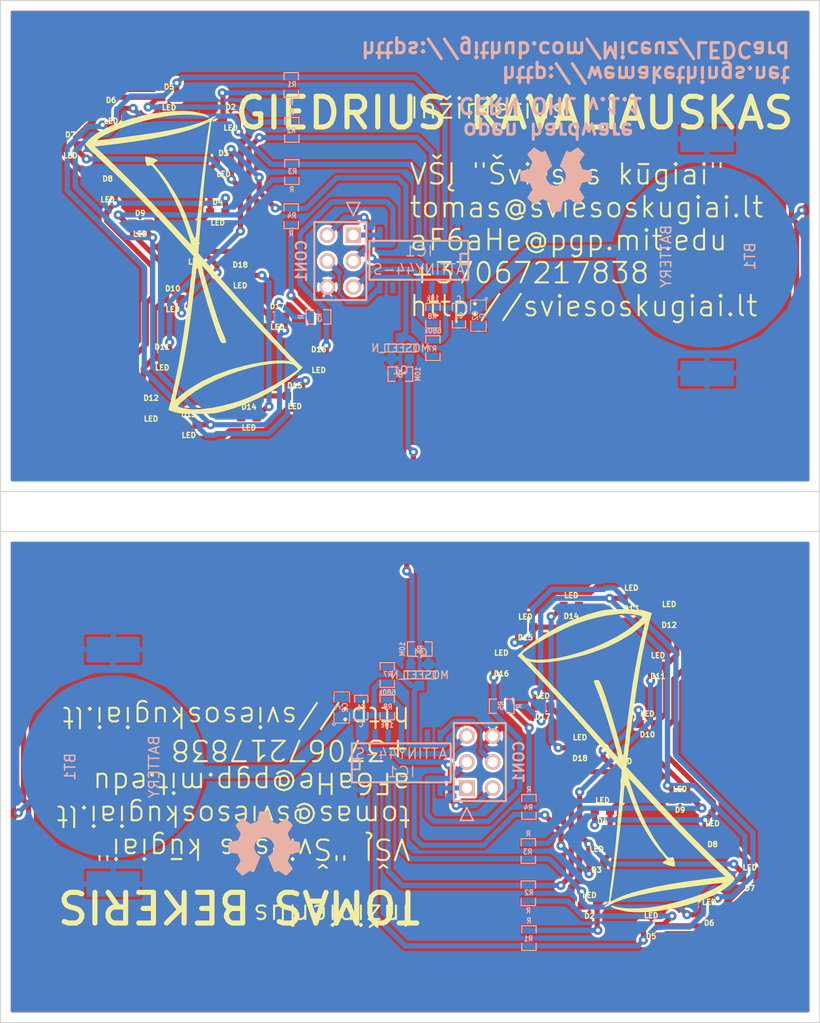
<source format=kicad_pcb>
(kicad_pcb (version 3) (host pcbnew "(2013-mar-13)-testing")
  (layers (15 F.Cu signal) (0 B.Cu signal) (18 B.Paste user) (19 F.Paste user) (20 B.SilkS user hide) (21 F.SilkS user) (22 B.Mask user) (23 F.Mask user hide) (28 Edge.Cuts user))
  (net 0 "")
  (net 1 /WAKEUP)
  (net 2 GND)
  (net 3 N-000001)
  (net 4 N-0000010)
  (net 5 N-0000011)
  (net 6 N-0000012)
  (net 7 N-0000013)
  (net 8 N-0000014)
  (net 9 N-0000015)
  (net 10 N-0000016)
  (net 11 N-0000017)
  (net 12 N-0000018)
  (net 13 N-0000019)
  (net 14 N-000002)
  (net 15 N-0000020)
  (net 16 N-0000021)
  (net 17 N-000005)
  (net 18 N-000006)
  (net 19 N-000007)
  (net 20 VCC)
  (module OSHW (layer B.Cu) (at 45.75 102.4)
    (fp_text reference G*** hide)
    (fp_text value LOGO hide)
  )
  (module SM0603_Resistor (layer B.Cu) (at 57.77 89.1 90)
    (fp_text reference R8 (at 0.0635 0.0635 360) (layer B.SilkS) (effects (font (size 0.50038 0.4572) (thickness 0.1143)) (justify mirror)))
    (fp_text value 10k (at -1.69926 0 360) (layer B.SilkS) (effects (font (size 0.508 0.4572) (thickness 0.1143)) (justify mirror)))
    (pad 1 smd rect (at -0.762 0 90) (size 0.635 1.143) (layers B.Cu B.Paste B.Mask) (net 20 VCC))
    (pad 2 smd rect (at 0.762 0 90) (size 0.635 1.143) (layers B.Cu B.Paste B.Mask) (net 19 N-000007))
  )
  (module SM0603_Resistor (layer B.Cu) (at 57.77 85.925 90)
    (fp_text reference R7 (at 0.0635 0.0635 360) (layer B.SilkS) (effects (font (size 0.50038 0.4572) (thickness 0.1143)) (justify mirror)))
    (fp_text value 680k (at -1.69926 0 360) (layer B.SilkS) (effects (font (size 0.508 0.4572) (thickness 0.1143)) (justify mirror)))
    (pad 1 smd rect (at -0.762 0 90) (size 0.635 1.143) (layers B.Cu B.Paste B.Mask) (net 20 VCC))
    (pad 2 smd rect (at 0.762 0 90) (size 0.635 1.143) (layers B.Cu B.Paste B.Mask) (net 1 /WAKEUP))
  )
  (module SM0603_Resistor (layer B.Cu) (at 60.945 83.385)
    (fp_text reference R6 (at 0.0635 0.0635 270) (layer B.SilkS) (effects (font (size 0.50038 0.4572) (thickness 0.1143)) (justify mirror)))
    (fp_text value 10M (at -1.69926 0 270) (layer B.SilkS) (effects (font (size 0.508 0.4572) (thickness 0.1143)) (justify mirror)))
    (pad 1 smd rect (at -0.762 0) (size 0.635 1.143) (layers B.Cu B.Paste B.Mask) (net 14 N-000002))
    (pad 2 smd rect (at 0.762 0) (size 0.635 1.143) (layers B.Cu B.Paste B.Mask) (net 2 GND))
  )
  (module SOT23GDS (layer B.Cu) (at 60.945 85.925 180)
    (fp_text reference Q1 (at 0 2.159 180) (layer B.SilkS) (effects (font (size 0.762 0.762) (thickness 0.12954)) (justify mirror)))
    (fp_text value MOSFET_N (at 0 0 180) (layer B.SilkS) (effects (font (size 0.762 0.762) (thickness 0.12954)) (justify mirror)))
    (pad S smd rect (at -0.889 1.016 180) (size 0.9144 0.9144) (layers B.Cu B.Paste B.Mask) (net 2 GND))
    (pad G smd rect (at 0.889 1.016 180) (size 0.9144 0.9144) (layers B.Cu B.Paste B.Mask) (net 14 N-000002))
    (pad D smd rect (at 0 -1.016 180) (size 0.9144 0.9144) (layers B.Cu B.Paste B.Mask) (net 1 /WAKEUP))
  )
  (module BATT (layer B.Cu) (at 31 94.9 90)
    (fp_text reference BT1 (at 0 -4.2 90) (layer B.SilkS) (effects (justify mirror)))
    (fp_text value BATTERY (at 0 4 90) (layer B.SilkS) (effects (justify mirror)))
    (pad 1 smd circle (at 0.025 0 90) (size 17.8 17.8) (layers B.Cu B.Paste B.Mask) (net 20 VCC))
    (pad 2 smd rect (at 11.45 0 90) (size 2.5 5.2) (layers B.Cu B.Paste B.Mask) (net 2 GND))
    (pad 2 smd rect (at -11.45 0 90) (size 2.5 5.2) (layers B.Cu B.Paste B.Mask) (net 2 GND))
  )
  (module LOGO (layer F.Cu) (at 81.07 94.31 180)
    (fp_text reference G*** hide)
    (fp_text value LOGO hide)
  )
  (module LED-0603-nosilk (layer F.Cu) (at 76.59 93.05 180)
    (fp_text reference D18 (at 0 -1.016 180) (layer F.SilkS) (effects (font (size 0.508 0.508) (thickness 0.127))))
    (fp_text value LED (at 0 1.016 180) (layer F.SilkS) (effects (font (size 0.508 0.508) (thickness 0.127))))
    (pad 1 smd rect (at -0.7493 0 180) (size 0.79756 0.79756) (layers F.Cu F.Paste F.Mask) (net 3 N-000001))
    (pad 2 smd rect (at 0.7493 0 180) (size 0.79756 0.79756) (layers F.Cu F.Paste F.Mask) (net 16 N-0000021))
  )
  (module LED-0603-nosilk (layer F.Cu) (at 72.95 89 180)
    (fp_text reference D17 (at 0 -1.016 180) (layer F.SilkS) (effects (font (size 0.508 0.508) (thickness 0.127))))
    (fp_text value LED (at 0 1.016 180) (layer F.SilkS) (effects (font (size 0.508 0.508) (thickness 0.127))))
    (pad 1 smd rect (at -0.7493 0 180) (size 0.79756 0.79756) (layers F.Cu F.Paste F.Mask) (net 3 N-000001))
    (pad 2 smd rect (at 0.7493 0 180) (size 0.79756 0.79756) (layers F.Cu F.Paste F.Mask) (net 5 N-0000011))
  )
  (module LED-0603-nosilk (layer F.Cu) (at 68.92 84.78 180)
    (fp_text reference D16 (at 0 -1.016 180) (layer F.SilkS) (effects (font (size 0.508 0.508) (thickness 0.127))))
    (fp_text value LED (at 0 1.016 180) (layer F.SilkS) (effects (font (size 0.508 0.508) (thickness 0.127))))
    (pad 1 smd rect (at -0.7493 0 180) (size 0.79756 0.79756) (layers F.Cu F.Paste F.Mask) (net 10 N-0000016))
    (pad 2 smd rect (at 0.7493 0 180) (size 0.79756 0.79756) (layers F.Cu F.Paste F.Mask) (net 12 N-0000018))
  )
  (module LED-0603-nosilk (layer F.Cu) (at 71.26 81.25 180)
    (fp_text reference D15 (at 0 -1.016 180) (layer F.SilkS) (effects (font (size 0.508 0.508) (thickness 0.127))))
    (fp_text value LED (at 0 1.016 180) (layer F.SilkS) (effects (font (size 0.508 0.508) (thickness 0.127))))
    (pad 1 smd rect (at -0.7493 0 180) (size 0.79756 0.79756) (layers F.Cu F.Paste F.Mask) (net 10 N-0000016))
    (pad 2 smd rect (at 0.7493 0 180) (size 0.79756 0.79756) (layers F.Cu F.Paste F.Mask) (net 4 N-0000010))
  )
  (module LED-0603-nosilk (layer F.Cu) (at 75.74 79.16 180)
    (fp_text reference D14 (at 0 -1.016 180) (layer F.SilkS) (effects (font (size 0.508 0.508) (thickness 0.127))))
    (fp_text value LED (at 0 1.016 180) (layer F.SilkS) (effects (font (size 0.508 0.508) (thickness 0.127))))
    (pad 1 smd rect (at -0.7493 0 180) (size 0.79756 0.79756) (layers F.Cu F.Paste F.Mask) (net 10 N-0000016))
    (pad 2 smd rect (at 0.7493 0 180) (size 0.79756 0.79756) (layers F.Cu F.Paste F.Mask) (net 16 N-0000021))
  )
  (module LED-0603-nosilk (layer F.Cu) (at 81.61 78.43 180)
    (fp_text reference D13 (at 0 -1.016 180) (layer F.SilkS) (effects (font (size 0.508 0.508) (thickness 0.127))))
    (fp_text value LED (at 0 1.016 180) (layer F.SilkS) (effects (font (size 0.508 0.508) (thickness 0.127))))
    (pad 1 smd rect (at -0.7493 0 180) (size 0.79756 0.79756) (layers F.Cu F.Paste F.Mask) (net 10 N-0000016))
    (pad 2 smd rect (at 0.7493 0 180) (size 0.79756 0.79756) (layers F.Cu F.Paste F.Mask) (net 5 N-0000011))
  )
  (module LED-0603-nosilk (layer F.Cu) (at 85.3 80.03 180)
    (fp_text reference D12 (at 0 -1.016 180) (layer F.SilkS) (effects (font (size 0.508 0.508) (thickness 0.127))))
    (fp_text value LED (at 0 1.016 180) (layer F.SilkS) (effects (font (size 0.508 0.508) (thickness 0.127))))
    (pad 1 smd rect (at -0.7493 0 180) (size 0.79756 0.79756) (layers F.Cu F.Paste F.Mask) (net 15 N-0000020))
    (pad 2 smd rect (at 0.7493 0 180) (size 0.79756 0.79756) (layers F.Cu F.Paste F.Mask) (net 12 N-0000018))
  )
  (module LED-0603-nosilk (layer F.Cu) (at 84.21 85.03 180)
    (fp_text reference D11 (at 0 -1.016 180) (layer F.SilkS) (effects (font (size 0.508 0.508) (thickness 0.127))))
    (fp_text value LED (at 0 1.016 180) (layer F.SilkS) (effects (font (size 0.508 0.508) (thickness 0.127))))
    (pad 1 smd rect (at -0.7493 0 180) (size 0.79756 0.79756) (layers F.Cu F.Paste F.Mask) (net 15 N-0000020))
    (pad 2 smd rect (at 0.7493 0 180) (size 0.79756 0.79756) (layers F.Cu F.Paste F.Mask) (net 11 N-0000017))
  )
  (module LED-0603-nosilk (layer F.Cu) (at 83.18 90.73 180)
    (fp_text reference D10 (at 0 -1.016 180) (layer F.SilkS) (effects (font (size 0.508 0.508) (thickness 0.127))))
    (fp_text value LED (at 0 1.016 180) (layer F.SilkS) (effects (font (size 0.508 0.508) (thickness 0.127))))
    (pad 1 smd rect (at -0.7493 0 180) (size 0.79756 0.79756) (layers F.Cu F.Paste F.Mask) (net 15 N-0000020))
    (pad 2 smd rect (at 0.7493 0 180) (size 0.79756 0.79756) (layers F.Cu F.Paste F.Mask) (net 16 N-0000021))
  )
  (module LED-0603-nosilk (layer F.Cu) (at 86.36 98.1 180)
    (fp_text reference D9 (at 0 -1.016 180) (layer F.SilkS) (effects (font (size 0.508 0.508) (thickness 0.127))))
    (fp_text value LED (at 0 1.016 180) (layer F.SilkS) (effects (font (size 0.508 0.508) (thickness 0.127))))
    (pad 1 smd rect (at -0.7493 0 180) (size 0.79756 0.79756) (layers F.Cu F.Paste F.Mask) (net 15 N-0000020))
    (pad 2 smd rect (at 0.7493 0 180) (size 0.79756 0.79756) (layers F.Cu F.Paste F.Mask) (net 5 N-0000011))
  )
  (module LED-0603-nosilk (layer F.Cu) (at 89.54 101.46 180)
    (fp_text reference D8 (at 0 -1.016 180) (layer F.SilkS) (effects (font (size 0.508 0.508) (thickness 0.127))))
    (fp_text value LED (at 0 1.016 180) (layer F.SilkS) (effects (font (size 0.508 0.508) (thickness 0.127))))
    (pad 1 smd rect (at -0.7493 0 180) (size 0.79756 0.79756) (layers F.Cu F.Paste F.Mask) (net 13 N-0000019))
    (pad 2 smd rect (at 0.7493 0 180) (size 0.79756 0.79756) (layers F.Cu F.Paste F.Mask) (net 12 N-0000018))
  )
  (module LED-0603-nosilk (layer F.Cu) (at 93.18 105.76 180)
    (fp_text reference D7 (at 0 -1.016 180) (layer F.SilkS) (effects (font (size 0.508 0.508) (thickness 0.127))))
    (fp_text value LED (at 0 1.016 180) (layer F.SilkS) (effects (font (size 0.508 0.508) (thickness 0.127))))
    (pad 1 smd rect (at -0.7493 0 180) (size 0.79756 0.79756) (layers F.Cu F.Paste F.Mask) (net 13 N-0000019))
    (pad 2 smd rect (at 0.7493 0 180) (size 0.79756 0.79756) (layers F.Cu F.Paste F.Mask) (net 11 N-0000017))
  )
  (module LED-0603-nosilk (layer F.Cu) (at 89.21 109.14 180)
    (fp_text reference D6 (at 0 -1.016 180) (layer F.SilkS) (effects (font (size 0.508 0.508) (thickness 0.127))))
    (fp_text value LED (at 0 1.016 180) (layer F.SilkS) (effects (font (size 0.508 0.508) (thickness 0.127))))
    (pad 1 smd rect (at -0.7493 0 180) (size 0.79756 0.79756) (layers F.Cu F.Paste F.Mask) (net 13 N-0000019))
    (pad 2 smd rect (at 0.7493 0 180) (size 0.79756 0.79756) (layers F.Cu F.Paste F.Mask) (net 4 N-0000010))
  )
  (module LED-0603-nosilk (layer F.Cu) (at 83.54 110.45 180)
    (fp_text reference D5 (at 0 -1.016 180) (layer F.SilkS) (effects (font (size 0.508 0.508) (thickness 0.127))))
    (fp_text value LED (at 0 1.016 180) (layer F.SilkS) (effects (font (size 0.508 0.508) (thickness 0.127))))
    (pad 1 smd rect (at -0.7493 0 180) (size 0.79756 0.79756) (layers F.Cu F.Paste F.Mask) (net 13 N-0000019))
    (pad 2 smd rect (at 0.7493 0 180) (size 0.79756 0.79756) (layers F.Cu F.Paste F.Mask) (net 5 N-0000011))
  )
  (module LED-0603-nosilk (layer F.Cu) (at 78.7885 99.1965 180)
    (fp_text reference D4 (at 0 -1.016 180) (layer F.SilkS) (effects (font (size 0.508 0.508) (thickness 0.127))))
    (fp_text value LED (at 0 1.016 180) (layer F.SilkS) (effects (font (size 0.508 0.508) (thickness 0.127))))
    (pad 1 smd rect (at -0.7493 0 180) (size 0.79756 0.79756) (layers F.Cu F.Paste F.Mask) (net 9 N-0000015))
    (pad 2 smd rect (at 0.7493 0 180) (size 0.79756 0.79756) (layers F.Cu F.Paste F.Mask) (net 12 N-0000018))
  )
  (module LED-0603-nosilk (layer F.Cu) (at 78.217 103.959 180)
    (fp_text reference D3 (at 0 -1.016 180) (layer F.SilkS) (effects (font (size 0.508 0.508) (thickness 0.127))))
    (fp_text value LED (at 0 1.016 180) (layer F.SilkS) (effects (font (size 0.508 0.508) (thickness 0.127))))
    (pad 1 smd rect (at -0.7493 0 180) (size 0.79756 0.79756) (layers F.Cu F.Paste F.Mask) (net 9 N-0000015))
    (pad 2 smd rect (at 0.7493 0 180) (size 0.79756 0.79756) (layers F.Cu F.Paste F.Mask) (net 11 N-0000017))
  )
  (module LED-0603-nosilk (layer F.Cu) (at 77.5185 108.4675 180)
    (fp_text reference D2 (at 0 -1.016 180) (layer F.SilkS) (effects (font (size 0.508 0.508) (thickness 0.127))))
    (fp_text value LED (at 0 1.016 180) (layer F.SilkS) (effects (font (size 0.508 0.508) (thickness 0.127))))
    (pad 1 smd rect (at -0.7493 0 180) (size 0.79756 0.79756) (layers F.Cu F.Paste F.Mask) (net 9 N-0000015))
    (pad 2 smd rect (at 0.7493 0 180) (size 0.79756 0.79756) (layers F.Cu F.Paste F.Mask) (net 4 N-0000010))
  )
  (module LED-0603-nosilk (layer F.Cu) (at 80.99 95.38 180)
    (fp_text reference D1 (at 0 -1.016 180) (layer F.SilkS) (effects (font (size 0.508 0.508) (thickness 0.127))))
    (fp_text value LED (at 0 1.016 180) (layer F.SilkS) (effects (font (size 0.508 0.508) (thickness 0.127))))
    (pad 1 smd rect (at -0.7493 0 180) (size 0.79756 0.79756) (layers F.Cu F.Paste F.Mask) (net 9 N-0000015))
    (pad 2 smd rect (at 0.7493 0 180) (size 0.79756 0.79756) (layers F.Cu F.Paste F.Mask) (net 16 N-0000021))
  )
  (module SO14E (layer B.Cu) (at 59.1416 94.6372)
    (fp_text reference IC1 (at 0 0.762) (layer B.SilkS) (effects (font (size 1.016 1.143) (thickness 0.127)) (justify mirror)))
    (fp_text value ATTINY44-S (at 0 -1.016) (layer B.SilkS) (effects (font (size 1.016 1.016) (thickness 0.127)) (justify mirror)))
    (pad 1 smd rect (at -3.81 -2.794) (size 0.508 1.143) (layers B.Cu B.Paste B.Mask) (net 20 VCC))
    (pad 2 smd rect (at -2.54 -2.794) (size 0.508 1.143) (layers B.Cu B.Paste B.Mask) (net 6 N-0000012))
    (pad 3 smd rect (at -1.27 -2.794) (size 0.508 1.143) (layers B.Cu B.Paste B.Mask) (net 7 N-0000013))
    (pad 4 smd rect (at 0 -2.794) (size 0.508 1.143) (layers B.Cu B.Paste B.Mask) (net 19 N-000007))
    (pad 5 smd rect (at 1.27 -2.794) (size 0.508 1.143) (layers B.Cu B.Paste B.Mask) (net 1 /WAKEUP))
    (pad 6 smd rect (at 2.54 -2.794) (size 0.508 1.143) (layers B.Cu B.Paste B.Mask) (net 8 N-0000014))
    (pad 7 smd rect (at 3.81 -2.794) (size 0.508 1.143) (layers B.Cu B.Paste B.Mask) (net 18 N-000006))
    (pad 8 smd rect (at 3.81 2.54) (size 0.508 1.143) (layers B.Cu B.Paste B.Mask) (net 17 N-000005))
    (pad 9 smd rect (at 2.54 2.54) (size 0.508 1.143) (layers B.Cu B.Paste B.Mask) (net 12 N-0000018))
    (pad 10 smd rect (at 1.27 2.54) (size 0.508 1.143) (layers B.Cu B.Paste B.Mask) (net 11 N-0000017))
    (pad 11 smd rect (at 0 2.54) (size 0.508 1.143) (layers B.Cu B.Paste B.Mask) (net 4 N-0000010))
    (pad 12 smd rect (at -1.27 2.54) (size 0.508 1.143) (layers B.Cu B.Paste B.Mask) (net 16 N-0000021))
    (pad 13 smd rect (at -2.54 2.54) (size 0.508 1.143) (layers B.Cu B.Paste B.Mask) (net 5 N-0000011))
    (pad 14 smd rect (at -3.81 2.54) (size 0.508 1.143) (layers B.Cu B.Paste B.Mask) (net 2 GND))
  )
  (module SM0603_Resistor (layer B.Cu) (at 68.946 88.973 180)
    (fp_text reference R5 (at 0.0635 0.0635 450) (layer B.SilkS) (effects (font (size 0.50038 0.4572) (thickness 0.1143)) (justify mirror)))
    (fp_text value R (at -1.69926 0 450) (layer B.SilkS) (effects (font (size 0.508 0.4572) (thickness 0.1143)) (justify mirror)))
    (pad 1 smd rect (at -0.762 0 180) (size 0.635 1.143) (layers B.Cu B.Paste B.Mask) (net 3 N-000001))
    (pad 2 smd rect (at 0.762 0 180) (size 0.635 1.143) (layers B.Cu B.Paste B.Mask) (net 12 N-0000018))
  )
  (module SM0603_Resistor (layer B.Cu) (at 71.613 98.8155 270)
    (fp_text reference R4 (at 0.0635 0.0635 540) (layer B.SilkS) (effects (font (size 0.50038 0.4572) (thickness 0.1143)) (justify mirror)))
    (fp_text value R (at -1.69926 0 540) (layer B.SilkS) (effects (font (size 0.508 0.4572) (thickness 0.1143)) (justify mirror)))
    (pad 1 smd rect (at -0.762 0 270) (size 0.635 1.143) (layers B.Cu B.Paste B.Mask) (net 10 N-0000016))
    (pad 2 smd rect (at 0.762 0 270) (size 0.635 1.143) (layers B.Cu B.Paste B.Mask) (net 11 N-0000017))
  )
  (module SM0603_Resistor (layer B.Cu) (at 71.5495 103.1335 270)
    (fp_text reference R3 (at 0.0635 0.0635 540) (layer B.SilkS) (effects (font (size 0.50038 0.4572) (thickness 0.1143)) (justify mirror)))
    (fp_text value R (at -1.69926 0 540) (layer B.SilkS) (effects (font (size 0.508 0.4572) (thickness 0.1143)) (justify mirror)))
    (pad 1 smd rect (at -0.762 0 270) (size 0.635 1.143) (layers B.Cu B.Paste B.Mask) (net 15 N-0000020))
    (pad 2 smd rect (at 0.762 0 270) (size 0.635 1.143) (layers B.Cu B.Paste B.Mask) (net 4 N-0000010))
  )
  (module SM0603_Resistor (layer B.Cu) (at 71.5495 107.261 90)
    (fp_text reference R2 (at 0.0635 0.0635 360) (layer B.SilkS) (effects (font (size 0.50038 0.4572) (thickness 0.1143)) (justify mirror)))
    (fp_text value R (at -1.69926 0 360) (layer B.SilkS) (effects (font (size 0.508 0.4572) (thickness 0.1143)) (justify mirror)))
    (pad 1 smd rect (at -0.762 0 90) (size 0.635 1.143) (layers B.Cu B.Paste B.Mask) (net 13 N-0000019))
    (pad 2 smd rect (at 0.762 0 90) (size 0.635 1.143) (layers B.Cu B.Paste B.Mask) (net 16 N-0000021))
  )
  (module SM0603_Resistor (layer B.Cu) (at 71.613 111.6425 270)
    (fp_text reference R1 (at 0.0635 0.0635 540) (layer B.SilkS) (effects (font (size 0.50038 0.4572) (thickness 0.1143)) (justify mirror)))
    (fp_text value R (at -1.69926 0 540) (layer B.SilkS) (effects (font (size 0.508 0.4572) (thickness 0.1143)) (justify mirror)))
    (pad 1 smd rect (at -0.762 0 270) (size 0.635 1.143) (layers B.Cu B.Paste B.Mask) (net 9 N-0000015))
    (pad 2 smd rect (at 0.762 0 270) (size 0.635 1.143) (layers B.Cu B.Paste B.Mask) (net 5 N-0000011))
  )
  (module SM0805 (layer B.Cu) (at 53.325 89.1 90)
    (fp_text reference C2 (at 0 0.3175 90) (layer B.SilkS) (effects (font (size 0.50038 0.50038) (thickness 0.10922)) (justify mirror)))
    (fp_text value C (at 0 -0.381 90) (layer B.SilkS) (effects (font (size 0.50038 0.50038) (thickness 0.10922)) (justify mirror)))
    (pad 1 smd rect (at -0.9525 0 90) (size 0.889 1.397) (layers B.Cu B.Paste B.Mask) (net 20 VCC))
    (pad 2 smd rect (at 0.9525 0 90) (size 0.889 1.397) (layers B.Cu B.Paste B.Mask) (net 2 GND))
  )
  (module SM0603_Capa (layer B.Cu) (at 55.23 89.1 90)
    (fp_text reference C1 (at 0 0 360) (layer B.SilkS) (effects (font (size 0.508 0.4572) (thickness 0.1143)) (justify mirror)))
    (fp_text value C (at -1.651 0 360) (layer B.SilkS) (effects (font (size 0.508 0.4572) (thickness 0.1143)) (justify mirror)))
    (pad 1 smd rect (at -0.762 0 90) (size 0.635 1.143) (layers B.Cu B.Paste B.Mask) (net 20 VCC))
    (pad 2 smd rect (at 0.762 0 90) (size 0.635 1.143) (layers B.Cu B.Paste B.Mask) (net 2 GND))
  )
  (module avr-isp (layer B.Cu) (at 66.8124 94.434 90)
    (fp_text reference CON1 (at 0 3.81 90) (layer B.SilkS) (effects (font (size 1.016 1.016) (thickness 0.2032)) (justify mirror)))
    (fp_text value AVR-ISP-6 hide)
    (pad 1 thru_hole rect (at -2.54 -1.27 90) (size 1.524 1.524) (drill 1.016) (layers *.Cu *.Mask B.SilkS) (net 17 N-000005))
    (pad 2 thru_hole circle (at -2.54 1.27 90) (size 1.524 1.524) (drill 1.016) (layers *.Cu *.Mask B.SilkS) (net 20 VCC))
    (pad 3 thru_hole circle (at 0 -1.27 90) (size 1.524 1.524) (drill 1.016) (layers *.Cu *.Mask B.SilkS) (net 12 N-0000018))
    (pad 4 thru_hole circle (at 0 1.27 90) (size 1.524 1.524) (drill 1.016) (layers *.Cu *.Mask B.SilkS) (net 18 N-000006))
    (pad 5 thru_hole circle (at 2.54 -1.27 90) (size 1.524 1.524) (drill 1.016) (layers *.Cu *.Mask B.SilkS) (net 19 N-000007))
    (pad 6 thru_hole circle (at 2.54 1.27 90) (size 1.524 1.524) (drill 1.016) (layers *.Cu *.Mask B.SilkS) (net 2 GND))
  )
  (module avr-isp (layer B.Cu) (at 53.1876 45.466 270)
    (fp_text reference CON1 (at 0 3.81 270) (layer B.SilkS) (effects (font (size 1.016 1.016) (thickness 0.2032)) (justify mirror)))
    (fp_text value AVR-ISP-6 hide)
    (pad 1 thru_hole rect (at -2.54 -1.27 270) (size 1.524 1.524) (drill 1.016) (layers *.Cu *.Mask B.SilkS) (net 17 N-000005))
    (pad 2 thru_hole circle (at -2.54 1.27 270) (size 1.524 1.524) (drill 1.016) (layers *.Cu *.Mask B.SilkS) (net 20 VCC))
    (pad 3 thru_hole circle (at 0 -1.27 270) (size 1.524 1.524) (drill 1.016) (layers *.Cu *.Mask B.SilkS) (net 12 N-0000018))
    (pad 4 thru_hole circle (at 0 1.27 270) (size 1.524 1.524) (drill 1.016) (layers *.Cu *.Mask B.SilkS) (net 18 N-000006))
    (pad 5 thru_hole circle (at 2.54 -1.27 270) (size 1.524 1.524) (drill 1.016) (layers *.Cu *.Mask B.SilkS) (net 19 N-000007))
    (pad 6 thru_hole circle (at 2.54 1.27 270) (size 1.524 1.524) (drill 1.016) (layers *.Cu *.Mask B.SilkS) (net 2 GND))
  )
  (module SM0603_Capa (layer B.Cu) (at 64.77 50.8 270)
    (fp_text reference C1 (at 0 0 540) (layer B.SilkS) (effects (font (size 0.508 0.4572) (thickness 0.1143)) (justify mirror)))
    (fp_text value C (at -1.651 0 540) (layer B.SilkS) (effects (font (size 0.508 0.4572) (thickness 0.1143)) (justify mirror)))
    (pad 1 smd rect (at -0.762 0 270) (size 0.635 1.143) (layers B.Cu B.Paste B.Mask) (net 20 VCC))
    (pad 2 smd rect (at 0.762 0 270) (size 0.635 1.143) (layers B.Cu B.Paste B.Mask) (net 2 GND))
  )
  (module SM0805 (layer B.Cu) (at 66.675 50.8 270)
    (fp_text reference C2 (at 0 0.3175 270) (layer B.SilkS) (effects (font (size 0.50038 0.50038) (thickness 0.10922)) (justify mirror)))
    (fp_text value C (at 0 -0.381 270) (layer B.SilkS) (effects (font (size 0.50038 0.50038) (thickness 0.10922)) (justify mirror)))
    (pad 1 smd rect (at -0.9525 0 270) (size 0.889 1.397) (layers B.Cu B.Paste B.Mask) (net 20 VCC))
    (pad 2 smd rect (at 0.9525 0 270) (size 0.889 1.397) (layers B.Cu B.Paste B.Mask) (net 2 GND))
  )
  (module SM0603_Resistor (layer B.Cu) (at 48.387 28.2575 90)
    (fp_text reference R1 (at 0.0635 0.0635 360) (layer B.SilkS) (effects (font (size 0.50038 0.4572) (thickness 0.1143)) (justify mirror)))
    (fp_text value R (at -1.69926 0 360) (layer B.SilkS) (effects (font (size 0.508 0.4572) (thickness 0.1143)) (justify mirror)))
    (pad 1 smd rect (at -0.762 0 90) (size 0.635 1.143) (layers B.Cu B.Paste B.Mask) (net 9 N-0000015))
    (pad 2 smd rect (at 0.762 0 90) (size 0.635 1.143) (layers B.Cu B.Paste B.Mask) (net 5 N-0000011))
  )
  (module SM0603_Resistor (layer B.Cu) (at 48.4505 32.639 270)
    (fp_text reference R2 (at 0.0635 0.0635 540) (layer B.SilkS) (effects (font (size 0.50038 0.4572) (thickness 0.1143)) (justify mirror)))
    (fp_text value R (at -1.69926 0 540) (layer B.SilkS) (effects (font (size 0.508 0.4572) (thickness 0.1143)) (justify mirror)))
    (pad 1 smd rect (at -0.762 0 270) (size 0.635 1.143) (layers B.Cu B.Paste B.Mask) (net 13 N-0000019))
    (pad 2 smd rect (at 0.762 0 270) (size 0.635 1.143) (layers B.Cu B.Paste B.Mask) (net 16 N-0000021))
  )
  (module SM0603_Resistor (layer B.Cu) (at 48.4505 36.7665 90)
    (fp_text reference R3 (at 0.0635 0.0635 360) (layer B.SilkS) (effects (font (size 0.50038 0.4572) (thickness 0.1143)) (justify mirror)))
    (fp_text value R (at -1.69926 0 360) (layer B.SilkS) (effects (font (size 0.508 0.4572) (thickness 0.1143)) (justify mirror)))
    (pad 1 smd rect (at -0.762 0 90) (size 0.635 1.143) (layers B.Cu B.Paste B.Mask) (net 15 N-0000020))
    (pad 2 smd rect (at 0.762 0 90) (size 0.635 1.143) (layers B.Cu B.Paste B.Mask) (net 4 N-0000010))
  )
  (module SM0603_Resistor (layer B.Cu) (at 48.387 41.0845 90)
    (fp_text reference R4 (at 0.0635 0.0635 360) (layer B.SilkS) (effects (font (size 0.50038 0.4572) (thickness 0.1143)) (justify mirror)))
    (fp_text value R (at -1.69926 0 360) (layer B.SilkS) (effects (font (size 0.508 0.4572) (thickness 0.1143)) (justify mirror)))
    (pad 1 smd rect (at -0.762 0 90) (size 0.635 1.143) (layers B.Cu B.Paste B.Mask) (net 10 N-0000016))
    (pad 2 smd rect (at 0.762 0 90) (size 0.635 1.143) (layers B.Cu B.Paste B.Mask) (net 11 N-0000017))
  )
  (module SM0603_Resistor (layer B.Cu) (at 51.054 50.927)
    (fp_text reference R5 (at 0.0635 0.0635 270) (layer B.SilkS) (effects (font (size 0.50038 0.4572) (thickness 0.1143)) (justify mirror)))
    (fp_text value R (at -1.69926 0 270) (layer B.SilkS) (effects (font (size 0.508 0.4572) (thickness 0.1143)) (justify mirror)))
    (pad 1 smd rect (at -0.762 0) (size 0.635 1.143) (layers B.Cu B.Paste B.Mask) (net 3 N-000001))
    (pad 2 smd rect (at 0.762 0) (size 0.635 1.143) (layers B.Cu B.Paste B.Mask) (net 12 N-0000018))
  )
  (module SO14E (layer B.Cu) (at 60.8584 45.2628 180)
    (fp_text reference IC1 (at 0 0.762 180) (layer B.SilkS) (effects (font (size 1.016 1.143) (thickness 0.127)) (justify mirror)))
    (fp_text value ATTINY44-S (at 0 -1.016 180) (layer B.SilkS) (effects (font (size 1.016 1.016) (thickness 0.127)) (justify mirror)))
    (pad 1 smd rect (at -3.81 -2.794 180) (size 0.508 1.143) (layers B.Cu B.Paste B.Mask) (net 20 VCC))
    (pad 2 smd rect (at -2.54 -2.794 180) (size 0.508 1.143) (layers B.Cu B.Paste B.Mask) (net 6 N-0000012))
    (pad 3 smd rect (at -1.27 -2.794 180) (size 0.508 1.143) (layers B.Cu B.Paste B.Mask) (net 7 N-0000013))
    (pad 4 smd rect (at 0 -2.794 180) (size 0.508 1.143) (layers B.Cu B.Paste B.Mask) (net 19 N-000007))
    (pad 5 smd rect (at 1.27 -2.794 180) (size 0.508 1.143) (layers B.Cu B.Paste B.Mask) (net 1 /WAKEUP))
    (pad 6 smd rect (at 2.54 -2.794 180) (size 0.508 1.143) (layers B.Cu B.Paste B.Mask) (net 8 N-0000014))
    (pad 7 smd rect (at 3.81 -2.794 180) (size 0.508 1.143) (layers B.Cu B.Paste B.Mask) (net 18 N-000006))
    (pad 8 smd rect (at 3.81 2.54 180) (size 0.508 1.143) (layers B.Cu B.Paste B.Mask) (net 17 N-000005))
    (pad 9 smd rect (at 2.54 2.54 180) (size 0.508 1.143) (layers B.Cu B.Paste B.Mask) (net 12 N-0000018))
    (pad 10 smd rect (at 1.27 2.54 180) (size 0.508 1.143) (layers B.Cu B.Paste B.Mask) (net 11 N-0000017))
    (pad 11 smd rect (at 0 2.54 180) (size 0.508 1.143) (layers B.Cu B.Paste B.Mask) (net 4 N-0000010))
    (pad 12 smd rect (at -1.27 2.54 180) (size 0.508 1.143) (layers B.Cu B.Paste B.Mask) (net 16 N-0000021))
    (pad 13 smd rect (at -2.54 2.54 180) (size 0.508 1.143) (layers B.Cu B.Paste B.Mask) (net 5 N-0000011))
    (pad 14 smd rect (at -3.81 2.54 180) (size 0.508 1.143) (layers B.Cu B.Paste B.Mask) (net 2 GND))
  )
  (module LED-0603-nosilk (layer F.Cu) (at 39.01 44.52)
    (fp_text reference D1 (at 0 -1.016) (layer F.SilkS) (effects (font (size 0.508 0.508) (thickness 0.127))))
    (fp_text value LED (at 0 1.016) (layer F.SilkS) (effects (font (size 0.508 0.508) (thickness 0.127))))
    (pad 1 smd rect (at -0.7493 0) (size 0.79756 0.79756) (layers F.Cu F.Paste F.Mask) (net 9 N-0000015))
    (pad 2 smd rect (at 0.7493 0) (size 0.79756 0.79756) (layers F.Cu F.Paste F.Mask) (net 16 N-0000021))
  )
  (module LED-0603-nosilk (layer F.Cu) (at 42.4815 31.4325)
    (fp_text reference D2 (at 0 -1.016) (layer F.SilkS) (effects (font (size 0.508 0.508) (thickness 0.127))))
    (fp_text value LED (at 0 1.016) (layer F.SilkS) (effects (font (size 0.508 0.508) (thickness 0.127))))
    (pad 1 smd rect (at -0.7493 0) (size 0.79756 0.79756) (layers F.Cu F.Paste F.Mask) (net 9 N-0000015))
    (pad 2 smd rect (at 0.7493 0) (size 0.79756 0.79756) (layers F.Cu F.Paste F.Mask) (net 4 N-0000010))
  )
  (module LED-0603-nosilk (layer F.Cu) (at 41.783 35.941)
    (fp_text reference D3 (at 0 -1.016) (layer F.SilkS) (effects (font (size 0.508 0.508) (thickness 0.127))))
    (fp_text value LED (at 0 1.016) (layer F.SilkS) (effects (font (size 0.508 0.508) (thickness 0.127))))
    (pad 1 smd rect (at -0.7493 0) (size 0.79756 0.79756) (layers F.Cu F.Paste F.Mask) (net 9 N-0000015))
    (pad 2 smd rect (at 0.7493 0) (size 0.79756 0.79756) (layers F.Cu F.Paste F.Mask) (net 11 N-0000017))
  )
  (module LED-0603-nosilk (layer F.Cu) (at 41.2115 40.7035)
    (fp_text reference D4 (at 0 -1.016) (layer F.SilkS) (effects (font (size 0.508 0.508) (thickness 0.127))))
    (fp_text value LED (at 0 1.016) (layer F.SilkS) (effects (font (size 0.508 0.508) (thickness 0.127))))
    (pad 1 smd rect (at -0.7493 0) (size 0.79756 0.79756) (layers F.Cu F.Paste F.Mask) (net 9 N-0000015))
    (pad 2 smd rect (at 0.7493 0) (size 0.79756 0.79756) (layers F.Cu F.Paste F.Mask) (net 12 N-0000018))
  )
  (module LED-0603-nosilk (layer F.Cu) (at 36.46 29.45)
    (fp_text reference D5 (at 0 -1.016) (layer F.SilkS) (effects (font (size 0.508 0.508) (thickness 0.127))))
    (fp_text value LED (at 0 1.016) (layer F.SilkS) (effects (font (size 0.508 0.508) (thickness 0.127))))
    (pad 1 smd rect (at -0.7493 0) (size 0.79756 0.79756) (layers F.Cu F.Paste F.Mask) (net 13 N-0000019))
    (pad 2 smd rect (at 0.7493 0) (size 0.79756 0.79756) (layers F.Cu F.Paste F.Mask) (net 5 N-0000011))
  )
  (module LED-0603-nosilk (layer F.Cu) (at 30.79 30.76)
    (fp_text reference D6 (at 0 -1.016) (layer F.SilkS) (effects (font (size 0.508 0.508) (thickness 0.127))))
    (fp_text value LED (at 0 1.016) (layer F.SilkS) (effects (font (size 0.508 0.508) (thickness 0.127))))
    (pad 1 smd rect (at -0.7493 0) (size 0.79756 0.79756) (layers F.Cu F.Paste F.Mask) (net 13 N-0000019))
    (pad 2 smd rect (at 0.7493 0) (size 0.79756 0.79756) (layers F.Cu F.Paste F.Mask) (net 4 N-0000010))
  )
  (module LED-0603-nosilk (layer F.Cu) (at 26.82 34.14)
    (fp_text reference D7 (at 0 -1.016) (layer F.SilkS) (effects (font (size 0.508 0.508) (thickness 0.127))))
    (fp_text value LED (at 0 1.016) (layer F.SilkS) (effects (font (size 0.508 0.508) (thickness 0.127))))
    (pad 1 smd rect (at -0.7493 0) (size 0.79756 0.79756) (layers F.Cu F.Paste F.Mask) (net 13 N-0000019))
    (pad 2 smd rect (at 0.7493 0) (size 0.79756 0.79756) (layers F.Cu F.Paste F.Mask) (net 11 N-0000017))
  )
  (module LED-0603-nosilk (layer F.Cu) (at 30.46 38.44)
    (fp_text reference D8 (at 0 -1.016) (layer F.SilkS) (effects (font (size 0.508 0.508) (thickness 0.127))))
    (fp_text value LED (at 0 1.016) (layer F.SilkS) (effects (font (size 0.508 0.508) (thickness 0.127))))
    (pad 1 smd rect (at -0.7493 0) (size 0.79756 0.79756) (layers F.Cu F.Paste F.Mask) (net 13 N-0000019))
    (pad 2 smd rect (at 0.7493 0) (size 0.79756 0.79756) (layers F.Cu F.Paste F.Mask) (net 12 N-0000018))
  )
  (module LED-0603-nosilk (layer F.Cu) (at 33.64 41.8)
    (fp_text reference D9 (at 0 -1.016) (layer F.SilkS) (effects (font (size 0.508 0.508) (thickness 0.127))))
    (fp_text value LED (at 0 1.016) (layer F.SilkS) (effects (font (size 0.508 0.508) (thickness 0.127))))
    (pad 1 smd rect (at -0.7493 0) (size 0.79756 0.79756) (layers F.Cu F.Paste F.Mask) (net 15 N-0000020))
    (pad 2 smd rect (at 0.7493 0) (size 0.79756 0.79756) (layers F.Cu F.Paste F.Mask) (net 5 N-0000011))
  )
  (module LED-0603-nosilk (layer F.Cu) (at 36.82 49.17)
    (fp_text reference D10 (at 0 -1.016) (layer F.SilkS) (effects (font (size 0.508 0.508) (thickness 0.127))))
    (fp_text value LED (at 0 1.016) (layer F.SilkS) (effects (font (size 0.508 0.508) (thickness 0.127))))
    (pad 1 smd rect (at -0.7493 0) (size 0.79756 0.79756) (layers F.Cu F.Paste F.Mask) (net 15 N-0000020))
    (pad 2 smd rect (at 0.7493 0) (size 0.79756 0.79756) (layers F.Cu F.Paste F.Mask) (net 16 N-0000021))
  )
  (module LED-0603-nosilk (layer F.Cu) (at 35.79 54.87)
    (fp_text reference D11 (at 0 -1.016) (layer F.SilkS) (effects (font (size 0.508 0.508) (thickness 0.127))))
    (fp_text value LED (at 0 1.016) (layer F.SilkS) (effects (font (size 0.508 0.508) (thickness 0.127))))
    (pad 1 smd rect (at -0.7493 0) (size 0.79756 0.79756) (layers F.Cu F.Paste F.Mask) (net 15 N-0000020))
    (pad 2 smd rect (at 0.7493 0) (size 0.79756 0.79756) (layers F.Cu F.Paste F.Mask) (net 11 N-0000017))
  )
  (module LED-0603-nosilk (layer F.Cu) (at 34.7 59.87)
    (fp_text reference D12 (at 0 -1.016) (layer F.SilkS) (effects (font (size 0.508 0.508) (thickness 0.127))))
    (fp_text value LED (at 0 1.016) (layer F.SilkS) (effects (font (size 0.508 0.508) (thickness 0.127))))
    (pad 1 smd rect (at -0.7493 0) (size 0.79756 0.79756) (layers F.Cu F.Paste F.Mask) (net 15 N-0000020))
    (pad 2 smd rect (at 0.7493 0) (size 0.79756 0.79756) (layers F.Cu F.Paste F.Mask) (net 12 N-0000018))
  )
  (module LED-0603-nosilk (layer F.Cu) (at 38.39 61.47)
    (fp_text reference D13 (at 0 -1.016) (layer F.SilkS) (effects (font (size 0.508 0.508) (thickness 0.127))))
    (fp_text value LED (at 0 1.016) (layer F.SilkS) (effects (font (size 0.508 0.508) (thickness 0.127))))
    (pad 1 smd rect (at -0.7493 0) (size 0.79756 0.79756) (layers F.Cu F.Paste F.Mask) (net 10 N-0000016))
    (pad 2 smd rect (at 0.7493 0) (size 0.79756 0.79756) (layers F.Cu F.Paste F.Mask) (net 5 N-0000011))
  )
  (module LED-0603-nosilk (layer F.Cu) (at 44.26 60.74)
    (fp_text reference D14 (at 0 -1.016) (layer F.SilkS) (effects (font (size 0.508 0.508) (thickness 0.127))))
    (fp_text value LED (at 0 1.016) (layer F.SilkS) (effects (font (size 0.508 0.508) (thickness 0.127))))
    (pad 1 smd rect (at -0.7493 0) (size 0.79756 0.79756) (layers F.Cu F.Paste F.Mask) (net 10 N-0000016))
    (pad 2 smd rect (at 0.7493 0) (size 0.79756 0.79756) (layers F.Cu F.Paste F.Mask) (net 16 N-0000021))
  )
  (module LED-0603-nosilk (layer F.Cu) (at 48.74 58.65)
    (fp_text reference D15 (at 0 -1.016) (layer F.SilkS) (effects (font (size 0.508 0.508) (thickness 0.127))))
    (fp_text value LED (at 0 1.016) (layer F.SilkS) (effects (font (size 0.508 0.508) (thickness 0.127))))
    (pad 1 smd rect (at -0.7493 0) (size 0.79756 0.79756) (layers F.Cu F.Paste F.Mask) (net 10 N-0000016))
    (pad 2 smd rect (at 0.7493 0) (size 0.79756 0.79756) (layers F.Cu F.Paste F.Mask) (net 4 N-0000010))
  )
  (module LED-0603-nosilk (layer F.Cu) (at 51.08 55.12)
    (fp_text reference D16 (at 0 -1.016) (layer F.SilkS) (effects (font (size 0.508 0.508) (thickness 0.127))))
    (fp_text value LED (at 0 1.016) (layer F.SilkS) (effects (font (size 0.508 0.508) (thickness 0.127))))
    (pad 1 smd rect (at -0.7493 0) (size 0.79756 0.79756) (layers F.Cu F.Paste F.Mask) (net 10 N-0000016))
    (pad 2 smd rect (at 0.7493 0) (size 0.79756 0.79756) (layers F.Cu F.Paste F.Mask) (net 12 N-0000018))
  )
  (module LED-0603-nosilk (layer F.Cu) (at 47.05 50.9)
    (fp_text reference D17 (at 0 -1.016) (layer F.SilkS) (effects (font (size 0.508 0.508) (thickness 0.127))))
    (fp_text value LED (at 0 1.016) (layer F.SilkS) (effects (font (size 0.508 0.508) (thickness 0.127))))
    (pad 1 smd rect (at -0.7493 0) (size 0.79756 0.79756) (layers F.Cu F.Paste F.Mask) (net 3 N-000001))
    (pad 2 smd rect (at 0.7493 0) (size 0.79756 0.79756) (layers F.Cu F.Paste F.Mask) (net 5 N-0000011))
  )
  (module LED-0603-nosilk (layer F.Cu) (at 43.41 46.85)
    (fp_text reference D18 (at 0 -1.016) (layer F.SilkS) (effects (font (size 0.508 0.508) (thickness 0.127))))
    (fp_text value LED (at 0 1.016) (layer F.SilkS) (effects (font (size 0.508 0.508) (thickness 0.127))))
    (pad 1 smd rect (at -0.7493 0) (size 0.79756 0.79756) (layers F.Cu F.Paste F.Mask) (net 3 N-000001))
    (pad 2 smd rect (at 0.7493 0) (size 0.79756 0.79756) (layers F.Cu F.Paste F.Mask) (net 16 N-0000021))
  )
  (module LOGO (layer F.Cu) (at 38.93 45.59)
    (fp_text reference G*** hide)
    (fp_text value LOGO hide)
  )
  (module BATT (layer B.Cu) (at 89 45 270)
    (fp_text reference BT1 (at 0 -4.2 270) (layer B.SilkS) (effects (justify mirror)))
    (fp_text value BATTERY (at 0 4 270) (layer B.SilkS) (effects (justify mirror)))
    (pad 1 smd circle (at 0.025 0 270) (size 17.8 17.8) (layers B.Cu B.Paste B.Mask) (net 20 VCC))
    (pad 2 smd rect (at 11.45 0 270) (size 2.5 5.2) (layers B.Cu B.Paste B.Mask) (net 2 GND))
    (pad 2 smd rect (at -11.45 0 270) (size 2.5 5.2) (layers B.Cu B.Paste B.Mask) (net 2 GND))
  )
  (module SOT23GDS (layer B.Cu) (at 59.055 53.975)
    (fp_text reference Q1 (at 0 2.159) (layer B.SilkS) (effects (font (size 0.762 0.762) (thickness 0.12954)) (justify mirror)))
    (fp_text value MOSFET_N (at 0 0) (layer B.SilkS) (effects (font (size 0.762 0.762) (thickness 0.12954)) (justify mirror)))
    (pad S smd rect (at -0.889 1.016) (size 0.9144 0.9144) (layers B.Cu B.Paste B.Mask) (net 2 GND))
    (pad G smd rect (at 0.889 1.016) (size 0.9144 0.9144) (layers B.Cu B.Paste B.Mask) (net 14 N-000002))
    (pad D smd rect (at 0 -1.016) (size 0.9144 0.9144) (layers B.Cu B.Paste B.Mask) (net 1 /WAKEUP))
  )
  (module SM0603_Resistor (layer B.Cu) (at 59.055 56.515 180)
    (fp_text reference R6 (at 0.0635 0.0635 450) (layer B.SilkS) (effects (font (size 0.50038 0.4572) (thickness 0.1143)) (justify mirror)))
    (fp_text value 10M (at -1.69926 0 450) (layer B.SilkS) (effects (font (size 0.508 0.4572) (thickness 0.1143)) (justify mirror)))
    (pad 1 smd rect (at -0.762 0 180) (size 0.635 1.143) (layers B.Cu B.Paste B.Mask) (net 14 N-000002))
    (pad 2 smd rect (at 0.762 0 180) (size 0.635 1.143) (layers B.Cu B.Paste B.Mask) (net 2 GND))
  )
  (module SM0603_Resistor (layer B.Cu) (at 62.23 53.975 270)
    (fp_text reference R7 (at 0.0635 0.0635 540) (layer B.SilkS) (effects (font (size 0.50038 0.4572) (thickness 0.1143)) (justify mirror)))
    (fp_text value 680k (at -1.69926 0 540) (layer B.SilkS) (effects (font (size 0.508 0.4572) (thickness 0.1143)) (justify mirror)))
    (pad 1 smd rect (at -0.762 0 270) (size 0.635 1.143) (layers B.Cu B.Paste B.Mask) (net 20 VCC))
    (pad 2 smd rect (at 0.762 0 270) (size 0.635 1.143) (layers B.Cu B.Paste B.Mask) (net 1 /WAKEUP))
  )
  (module SM0603_Resistor (layer B.Cu) (at 62.23 50.8 270)
    (fp_text reference R8 (at 0.0635 0.0635 540) (layer B.SilkS) (effects (font (size 0.50038 0.4572) (thickness 0.1143)) (justify mirror)))
    (fp_text value 10k (at -1.69926 0 540) (layer B.SilkS) (effects (font (size 0.508 0.4572) (thickness 0.1143)) (justify mirror)))
    (pad 1 smd rect (at -0.762 0 270) (size 0.635 1.143) (layers B.Cu B.Paste B.Mask) (net 20 VCC))
    (pad 2 smd rect (at 0.762 0 270) (size 0.635 1.143) (layers B.Cu B.Paste B.Mask) (net 19 N-000007))
  )
  (module OSHW (layer B.Cu) (at 74.25 37.5 180)
    (fp_text reference G*** hide)
    (fp_text value LOGO hide)
  )
  (gr_line (start 20 68) (end 20 72) (angle 90) (layer Edge.Cuts) (width 0.1))
  (gr_line (start 100 68) (end 100 72) (angle 90) (layer Edge.Cuts) (width 0.1))
  (gr_line (start 20 71.9) (end 100 71.9) (angle 90) (layer Edge.Cuts) (width 0.1))
  (gr_line (start 100 68) (end 20 68) (angle 90) (layer Edge.Cuts) (width 0.1))
  (gr_line (start 100 119.9) (end 20 119.9) (angle 90) (layer Edge.Cuts) (width 0.1))
  (gr_line (start 20 119.9) (end 20 71.9) (angle 90) (layer Edge.Cuts) (width 0.1))
  (gr_line (start 100 119.9) (end 100 71.9) (angle 90) (layer Edge.Cuts) (width 0.1))
  (gr_text "TOMAS BEKERIS" (at 43.292 108.531 180) (layer F.SilkS) (effects (font (size 3 3) (thickness 0.5))))
  (gr_text "Inžinierius\n\nVŠĮ \"Šviesos kūgiai\"\ntomas@sviesoskugiai.lt\naF6aHe@pgp.mit.edu\n+37067217838\nhttp://sviesoskugiai.lt" (at 60.183 99.7045 180) (layer F.SilkS) (effects (font (size 2 2) (thickness 0.2)) (justify left)))
  (gr_text "CERN OHL v.1.1" (at 73.75 30.25 180) (layer B.SilkS) (effects (font (size 1.5 1.5) (thickness 0.3)) (justify mirror)))
  (gr_text "open hardware" (at 73.5 32.75 180) (layer B.SilkS) (effects (font (size 1.5 1.5) (thickness 0.3)) (justify mirror)))
  (gr_text "http://wemakethings.net\nhttps://github.com/Miceuz/LEDCard" (at 97.25 26 180) (layer B.SilkS) (effects (font (size 1.5 1.5) (thickness 0.3)) (justify right mirror)))
  (gr_text "Inžinierius\n\nVŠĮ \"Šviesos kūgiai\"\ntomas@sviesoskugiai.lt\naF6aHe@pgp.mit.edu\n+37067217838\nhttp://sviesoskugiai.lt" (at 59.817 40.1955) (layer F.SilkS) (effects (font (size 2 2) (thickness 0.2)) (justify left)))
  (gr_text "GIEDRIUS KAVALIAUSKAS" (at 70.2 31) (layer F.SilkS) (effects (font (size 3 3) (thickness 0.5))))
  (gr_line (start 20 20) (end 20 68) (angle 90) (layer Edge.Cuts) (width 0.1))
  (gr_line (start 100 20) (end 100 68) (angle 90) (layer Edge.Cuts) (width 0.1))
  (gr_line (start 20 20) (end 100 20) (angle 90) (layer Edge.Cuts) (width 0.1))
  (segment (start 58.278 85.163) (end 60.056 86.941) (width 0.508) (layer B.Cu) (net 1))
  (segment (start 60.056 86.941) (end 60.945 86.941) (width 0.508) (layer B.Cu) (net 1))
  (segment (start 57.77 85.163) (end 58.278 85.163) (width 0.508) (layer B.Cu) (net 1))
  (segment (start 60.4116 87.4744) (end 60.945 86.941) (width 0.508) (layer B.Cu) (net 1))
  (segment (start 60.4116 91.8432) (end 60.4116 87.4744) (width 0.508) (layer B.Cu) (net 1))
  (segment (start 59.5884 48.0568) (end 59.5884 52.4256) (width 0.508) (layer B.Cu) (net 1))
  (segment (start 59.5884 52.4256) (end 59.055 52.959) (width 0.508) (layer B.Cu) (net 1))
  (segment (start 62.23 54.737) (end 61.722 54.737) (width 0.508) (layer B.Cu) (net 1))
  (segment (start 59.944 52.959) (end 59.055 52.959) (width 0.508) (layer B.Cu) (net 1))
  (segment (start 61.722 54.737) (end 59.944 52.959) (width 0.508) (layer B.Cu) (net 1))
  (segment (start 68.0824 90.9824) (end 67 89.9) (width 0.508) (layer B.Cu) (net 2))
  (segment (start 68.0824 91.894) (end 68.0824 90.9824) (width 0.508) (layer B.Cu) (net 2))
  (segment (start 51.9176 48.006) (end 51.9176 48.9176) (width 0.508) (layer B.Cu) (net 2))
  (segment (start 51.9176 48.9176) (end 53 50) (width 0.508) (layer B.Cu) (net 2))
  (segment (start 77.3393 92.64) (end 77.3393 93.05) (width 0.508) (layer F.Cu) (net 3))
  (segment (start 73.6993 89) (end 77.3393 92.64) (width 0.508) (layer F.Cu) (net 3))
  (segment (start 71.359 88.973) (end 72.8068 90.4208) (width 0.508) (layer B.Cu) (net 3))
  (via (at 72.8068 90.4208) (size 0.889) (layers F.Cu B.Cu) (net 3))
  (segment (start 72.8068 90.4208) (end 73.6993 89.5283) (width 0.508) (layer F.Cu) (net 3))
  (segment (start 73.6993 89.5283) (end 73.6993 89) (width 0.508) (layer F.Cu) (net 3))
  (segment (start 69.708 88.973) (end 71.359 88.973) (width 0.508) (layer B.Cu) (net 3))
  (segment (start 50.292 50.927) (end 48.641 50.927) (width 0.508) (layer B.Cu) (net 3))
  (segment (start 46.3007 50.3717) (end 46.3007 50.9) (width 0.508) (layer F.Cu) (net 3))
  (segment (start 47.1932 49.4792) (end 46.3007 50.3717) (width 0.508) (layer F.Cu) (net 3))
  (via (at 47.1932 49.4792) (size 0.889) (layers F.Cu B.Cu) (net 3))
  (segment (start 48.641 50.927) (end 47.1932 49.4792) (width 0.508) (layer B.Cu) (net 3))
  (segment (start 46.3007 50.9) (end 42.6607 47.26) (width 0.508) (layer F.Cu) (net 3))
  (segment (start 42.6607 47.26) (end 42.6607 46.85) (width 0.508) (layer F.Cu) (net 3))
  (segment (start 59.1416 102.9684) (end 60.0687 103.8955) (width 0.508) (layer B.Cu) (net 4))
  (segment (start 59.1416 97.1772) (end 59.1416 102.9684) (width 0.508) (layer B.Cu) (net 4))
  (via (at 76.7565 107.0705) (size 0.889) (layers F.Cu B.Cu) (net 4))
  (segment (start 76.7565 107.0705) (end 76.7565 108.4548) (width 0.508) (layer F.Cu) (net 4))
  (segment (start 76.7565 108.4548) (end 76.7692 108.4675) (width 0.508) (layer F.Cu) (net 4))
  (via (at 87.0435 109.3565) (size 0.889) (layers F.Cu B.Cu) (net 4))
  (segment (start 88.2442 109.3565) (end 87.0435 109.3565) (width 0.508) (layer F.Cu) (net 4))
  (segment (start 88.4607 109.14) (end 88.2442 109.3565) (width 0.508) (layer F.Cu) (net 4))
  (segment (start 76.82 107.134) (end 76.7565 107.0705) (width 0.508) (layer B.Cu) (net 4))
  (segment (start 73.5815 103.8955) (end 76.82 107.134) (width 0.508) (layer B.Cu) (net 4))
  (segment (start 71.5495 103.8955) (end 73.5815 103.8955) (width 0.508) (layer B.Cu) (net 4))
  (segment (start 60.0687 103.8955) (end 71.5495 103.8955) (width 0.508) (layer B.Cu) (net 4))
  (segment (start 76.82 108.0992) (end 77.328 108.6072) (width 0.508) (layer B.Cu) (net 4))
  (segment (start 77.328 108.6072) (end 85.202 108.6072) (width 0.508) (layer B.Cu) (net 4))
  (segment (start 85.202 108.6072) (end 85.3036 108.5056) (width 0.508) (layer B.Cu) (net 4))
  (segment (start 85.3036 108.5056) (end 86.1926 108.5056) (width 0.508) (layer B.Cu) (net 4))
  (segment (start 86.1926 108.5056) (end 87.0435 109.3565) (width 0.508) (layer B.Cu) (net 4))
  (segment (start 76.82 107.134) (end 76.82 108.0992) (width 0.508) (layer B.Cu) (net 4))
  (segment (start 90.1804 107.5912) (end 90.028 107.7436) (width 0.508) (layer B.Cu) (net 4))
  (via (at 90.028 107.7436) (size 0.889) (layers F.Cu B.Cu) (net 4))
  (segment (start 90.028 107.7436) (end 89.0628 107.7436) (width 0.508) (layer F.Cu) (net 4))
  (segment (start 89.0628 107.7436) (end 88.4607 108.3457) (width 0.508) (layer F.Cu) (net 4))
  (segment (start 88.4607 108.3457) (end 88.4607 109.14) (width 0.508) (layer F.Cu) (net 4))
  (segment (start 70.5107 81.25) (end 70.5107 82.4553) (width 0.508) (layer F.Cu) (net 4))
  (segment (start 93.4824 105.5084) (end 91.3996 107.5912) (width 0.508) (layer B.Cu) (net 4))
  (segment (start 93.4824 101.3428) (end 93.4824 105.5084) (width 0.508) (layer B.Cu) (net 4))
  (segment (start 85.964 93.8244) (end 93.4824 101.3428) (width 0.508) (layer B.Cu) (net 4))
  (segment (start 85.964 83.766) (end 85.964 93.8244) (width 0.508) (layer B.Cu) (net 4))
  (segment (start 80.5284 78.3304) (end 85.964 83.766) (width 0.508) (layer B.Cu) (net 4))
  (segment (start 80.5284 78.0256) (end 80.5284 78.3304) (width 0.508) (layer B.Cu) (net 4))
  (segment (start 79.9188 77.416) (end 80.5284 78.0256) (width 0.508) (layer B.Cu) (net 4))
  (segment (start 79.0552 77.416) (end 79.9188 77.416) (width 0.508) (layer B.Cu) (net 4))
  (segment (start 78.9028 77.5684) (end 79.0552 77.416) (width 0.508) (layer B.Cu) (net 4))
  (segment (start 73.8228 77.5684) (end 78.9028 77.5684) (width 0.508) (layer B.Cu) (net 4))
  (segment (start 71.9432 79.448) (end 73.8228 77.5684) (width 0.508) (layer B.Cu) (net 4))
  (segment (start 71.9432 82.0388) (end 71.9432 79.448) (width 0.508) (layer B.Cu) (net 4))
  (segment (start 71.232 82.75) (end 71.9432 82.0388) (width 0.508) (layer B.Cu) (net 4))
  (segment (start 70.724 82.75) (end 71.232 82.75) (width 0.508) (layer B.Cu) (net 4))
  (segment (start 70.216 82.75) (end 70.724 82.75) (width 0.508) (layer B.Cu) (net 4))
  (via (at 70.216 82.75) (size 0.889) (layers F.Cu B.Cu) (net 4))
  (segment (start 70.5107 82.4553) (end 70.216 82.75) (width 0.508) (layer F.Cu) (net 4))
  (segment (start 91.3996 107.5912) (end 90.1804 107.5912) (width 0.508) (layer B.Cu) (net 4))
  (segment (start 28.6004 32.3088) (end 29.8196 32.3088) (width 0.508) (layer B.Cu) (net 4))
  (segment (start 49.4893 57.4447) (end 49.784 57.15) (width 0.508) (layer F.Cu) (net 4))
  (via (at 49.784 57.15) (size 0.889) (layers F.Cu B.Cu) (net 4))
  (segment (start 49.784 57.15) (end 49.276 57.15) (width 0.508) (layer B.Cu) (net 4))
  (segment (start 49.276 57.15) (end 48.768 57.15) (width 0.508) (layer B.Cu) (net 4))
  (segment (start 48.768 57.15) (end 48.0568 57.8612) (width 0.508) (layer B.Cu) (net 4))
  (segment (start 48.0568 57.8612) (end 48.0568 60.452) (width 0.508) (layer B.Cu) (net 4))
  (segment (start 48.0568 60.452) (end 46.1772 62.3316) (width 0.508) (layer B.Cu) (net 4))
  (segment (start 46.1772 62.3316) (end 41.0972 62.3316) (width 0.508) (layer B.Cu) (net 4))
  (segment (start 41.0972 62.3316) (end 40.9448 62.484) (width 0.508) (layer B.Cu) (net 4))
  (segment (start 40.9448 62.484) (end 40.0812 62.484) (width 0.508) (layer B.Cu) (net 4))
  (segment (start 40.0812 62.484) (end 39.4716 61.8744) (width 0.508) (layer B.Cu) (net 4))
  (segment (start 39.4716 61.8744) (end 39.4716 61.5696) (width 0.508) (layer B.Cu) (net 4))
  (segment (start 39.4716 61.5696) (end 34.036 56.134) (width 0.508) (layer B.Cu) (net 4))
  (segment (start 34.036 56.134) (end 34.036 46.0756) (width 0.508) (layer B.Cu) (net 4))
  (segment (start 34.036 46.0756) (end 26.5176 38.5572) (width 0.508) (layer B.Cu) (net 4))
  (segment (start 26.5176 38.5572) (end 26.5176 34.3916) (width 0.508) (layer B.Cu) (net 4))
  (segment (start 26.5176 34.3916) (end 28.6004 32.3088) (width 0.508) (layer B.Cu) (net 4))
  (segment (start 49.4893 58.65) (end 49.4893 57.4447) (width 0.508) (layer F.Cu) (net 4))
  (segment (start 31.5393 31.5543) (end 31.5393 30.76) (width 0.508) (layer F.Cu) (net 4))
  (segment (start 30.9372 32.1564) (end 31.5393 31.5543) (width 0.508) (layer F.Cu) (net 4))
  (segment (start 29.972 32.1564) (end 30.9372 32.1564) (width 0.508) (layer F.Cu) (net 4))
  (via (at 29.972 32.1564) (size 0.889) (layers F.Cu B.Cu) (net 4))
  (segment (start 29.8196 32.3088) (end 29.972 32.1564) (width 0.508) (layer B.Cu) (net 4))
  (segment (start 43.18 32.766) (end 43.18 31.8008) (width 0.508) (layer B.Cu) (net 4))
  (segment (start 33.8074 31.3944) (end 32.9565 30.5435) (width 0.508) (layer B.Cu) (net 4))
  (segment (start 34.6964 31.3944) (end 33.8074 31.3944) (width 0.508) (layer B.Cu) (net 4))
  (segment (start 34.798 31.2928) (end 34.6964 31.3944) (width 0.508) (layer B.Cu) (net 4))
  (segment (start 42.672 31.2928) (end 34.798 31.2928) (width 0.508) (layer B.Cu) (net 4))
  (segment (start 43.18 31.8008) (end 42.672 31.2928) (width 0.508) (layer B.Cu) (net 4))
  (segment (start 59.9313 36.0045) (end 48.4505 36.0045) (width 0.508) (layer B.Cu) (net 4))
  (segment (start 48.4505 36.0045) (end 46.4185 36.0045) (width 0.508) (layer B.Cu) (net 4))
  (segment (start 46.4185 36.0045) (end 43.18 32.766) (width 0.508) (layer B.Cu) (net 4))
  (segment (start 43.18 32.766) (end 43.2435 32.8295) (width 0.508) (layer B.Cu) (net 4))
  (segment (start 31.5393 30.76) (end 31.7558 30.5435) (width 0.508) (layer F.Cu) (net 4))
  (segment (start 31.7558 30.5435) (end 32.9565 30.5435) (width 0.508) (layer F.Cu) (net 4))
  (via (at 32.9565 30.5435) (size 0.889) (layers F.Cu B.Cu) (net 4))
  (segment (start 43.2435 31.4452) (end 43.2308 31.4325) (width 0.508) (layer F.Cu) (net 4))
  (segment (start 43.2435 32.8295) (end 43.2435 31.4452) (width 0.508) (layer F.Cu) (net 4))
  (via (at 43.2435 32.8295) (size 0.889) (layers F.Cu B.Cu) (net 4))
  (segment (start 60.8584 42.7228) (end 60.8584 36.9316) (width 0.508) (layer B.Cu) (net 4))
  (segment (start 60.8584 36.9316) (end 59.9313 36.0045) (width 0.508) (layer B.Cu) (net 4))
  (segment (start 82.7907 111.8313) (end 82.789 111.833) (width 0.508) (layer F.Cu) (net 5))
  (via (at 82.789 111.833) (size 0.889) (layers F.Cu B.Cu) (net 5))
  (segment (start 85.1385 96.72) (end 85.6107 97.1922) (width 0.508) (layer F.Cu) (net 5))
  (via (at 85.1385 96.72) (size 0.889) (layers F.Cu B.Cu) (net 5))
  (segment (start 87.742 96.72) (end 85.1385 96.72) (width 0.508) (layer B.Cu) (net 5))
  (segment (start 92.695 101.673) (end 87.742 96.72) (width 0.508) (layer B.Cu) (net 5))
  (segment (start 92.695 105.1655) (end 92.695 101.673) (width 0.508) (layer B.Cu) (net 5))
  (segment (start 92.720398 105.140102) (end 92.695 105.1655) (width 0.508) (layer B.Cu) (net 5))
  (segment (start 87.2975 110.563) (end 88.67545 109.18505) (width 0.508) (layer B.Cu) (net 5))
  (segment (start 85.6107 97.1922) (end 85.6107 98.1) (width 0.508) (layer F.Cu) (net 5))
  (segment (start 82.7907 110.45) (end 82.7907 111.8313) (width 0.508) (layer F.Cu) (net 5))
  (segment (start 84.059 110.563) (end 87.2975 110.563) (width 0.508) (layer B.Cu) (net 5))
  (segment (start 82.789 111.833) (end 84.059 110.563) (width 0.508) (layer B.Cu) (net 5))
  (segment (start 72.248 87.6395) (end 72.2007 87.6868) (width 0.508) (layer F.Cu) (net 5))
  (via (at 72.248 87.6395) (size 0.889) (layers F.Cu B.Cu) (net 5))
  (segment (start 72.756 87.1315) (end 72.248 87.6395) (width 0.508) (layer B.Cu) (net 5))
  (segment (start 72.756 79.829) (end 72.756 87.1315) (width 0.508) (layer B.Cu) (net 5))
  (segment (start 74.153 78.432) (end 72.756 79.829) (width 0.508) (layer B.Cu) (net 5))
  (segment (start 79.487 78.432) (end 74.153 78.432) (width 0.508) (layer B.Cu) (net 5))
  (segment (start 72.2007 87.6868) (end 72.2007 89) (width 0.508) (layer F.Cu) (net 5))
  (via (at 79.487 78.432) (size 0.889) (layers F.Cu B.Cu) (net 5))
  (segment (start 80.8587 78.432) (end 79.487 78.432) (width 0.508) (layer F.Cu) (net 5))
  (segment (start 80.8607 78.43) (end 80.8587 78.432) (width 0.508) (layer F.Cu) (net 5))
  (segment (start 85.1385 84.0835) (end 79.487 78.432) (width 0.508) (layer B.Cu) (net 5))
  (segment (start 85.1385 96.72) (end 85.1385 84.0835) (width 0.508) (layer B.Cu) (net 5))
  (segment (start 82.2175 112.4045) (end 82.789 111.833) (width 0.508) (layer B.Cu) (net 5))
  (segment (start 71.613 112.4045) (end 82.2175 112.4045) (width 0.508) (layer B.Cu) (net 5))
  (segment (start 60.1957 112.4045) (end 71.613 112.4045) (width 0.508) (layer B.Cu) (net 5))
  (segment (start 59.5353 112.4045) (end 60.1957 112.4045) (width 0.508) (layer B.Cu) (net 5))
  (segment (start 56.6016 97.1772) (end 56.6016 108.7215) (width 0.508) (layer B.Cu) (net 5))
  (segment (start 88.67545 109.18505) (end 88.67545 107.9468) (width 0.508) (layer B.Cu) (net 5))
  (segment (start 88.67545 107.67375) (end 89.5708 106.7784) (width 0.508) (layer B.Cu) (net 5))
  (segment (start 89.5708 106.7784) (end 90.637602 106.7784) (width 0.508) (layer B.Cu) (net 5))
  (segment (start 90.637602 106.7784) (end 91.107498 106.7784) (width 0.508) (layer B.Cu) (net 5))
  (segment (start 91.107498 106.7784) (end 92.720398 105.1655) (width 0.508) (layer B.Cu) (net 5))
  (segment (start 92.720398 105.1655) (end 92.720398 105.140102) (width 0.508) (layer B.Cu) (net 5))
  (segment (start 88.67545 107.9468) (end 88.67545 107.67375) (width 0.508) (layer B.Cu) (net 5))
  (segment (start 56.6016 109.4708) (end 59.5353 112.4045) (width 0.508) (layer B.Cu) (net 5))
  (segment (start 56.6016 108.7215) (end 56.6016 109.4708) (width 0.508) (layer B.Cu) (net 5))
  (segment (start 63.3984 31.1785) (end 63.3984 30.4292) (width 0.508) (layer B.Cu) (net 5))
  (segment (start 63.3984 30.4292) (end 60.4647 27.4955) (width 0.508) (layer B.Cu) (net 5))
  (segment (start 31.32455 31.9532) (end 31.32455 32.22625) (width 0.508) (layer B.Cu) (net 5))
  (segment (start 27.279602 34.7345) (end 27.279602 34.759898) (width 0.508) (layer B.Cu) (net 5))
  (segment (start 28.892502 33.1216) (end 27.279602 34.7345) (width 0.508) (layer B.Cu) (net 5))
  (segment (start 29.362398 33.1216) (end 28.892502 33.1216) (width 0.508) (layer B.Cu) (net 5))
  (segment (start 30.4292 33.1216) (end 29.362398 33.1216) (width 0.508) (layer B.Cu) (net 5))
  (segment (start 31.32455 32.22625) (end 30.4292 33.1216) (width 0.508) (layer B.Cu) (net 5))
  (segment (start 31.32455 30.71495) (end 31.32455 31.9532) (width 0.508) (layer B.Cu) (net 5))
  (segment (start 63.3984 42.7228) (end 63.3984 31.1785) (width 0.508) (layer B.Cu) (net 5))
  (segment (start 60.4647 27.4955) (end 59.8043 27.4955) (width 0.508) (layer B.Cu) (net 5))
  (segment (start 59.8043 27.4955) (end 48.387 27.4955) (width 0.508) (layer B.Cu) (net 5))
  (segment (start 48.387 27.4955) (end 37.7825 27.4955) (width 0.508) (layer B.Cu) (net 5))
  (segment (start 37.7825 27.4955) (end 37.211 28.067) (width 0.508) (layer B.Cu) (net 5))
  (segment (start 34.8615 43.18) (end 34.8615 55.8165) (width 0.508) (layer B.Cu) (net 5))
  (segment (start 34.8615 55.8165) (end 40.513 61.468) (width 0.508) (layer B.Cu) (net 5))
  (segment (start 39.1393 61.47) (end 39.1413 61.468) (width 0.508) (layer F.Cu) (net 5))
  (segment (start 39.1413 61.468) (end 40.513 61.468) (width 0.508) (layer F.Cu) (net 5))
  (via (at 40.513 61.468) (size 0.889) (layers F.Cu B.Cu) (net 5))
  (segment (start 47.7993 52.2132) (end 47.7993 50.9) (width 0.508) (layer F.Cu) (net 5))
  (segment (start 40.513 61.468) (end 45.847 61.468) (width 0.508) (layer B.Cu) (net 5))
  (segment (start 45.847 61.468) (end 47.244 60.071) (width 0.508) (layer B.Cu) (net 5))
  (segment (start 47.244 60.071) (end 47.244 52.7685) (width 0.508) (layer B.Cu) (net 5))
  (segment (start 47.244 52.7685) (end 47.752 52.2605) (width 0.508) (layer B.Cu) (net 5))
  (via (at 47.752 52.2605) (size 0.889) (layers F.Cu B.Cu) (net 5))
  (segment (start 47.752 52.2605) (end 47.7993 52.2132) (width 0.508) (layer F.Cu) (net 5))
  (segment (start 37.211 28.067) (end 35.941 29.337) (width 0.508) (layer B.Cu) (net 5))
  (segment (start 35.941 29.337) (end 32.7025 29.337) (width 0.508) (layer B.Cu) (net 5))
  (segment (start 37.2093 29.45) (end 37.2093 28.0687) (width 0.508) (layer F.Cu) (net 5))
  (segment (start 34.3893 42.7078) (end 34.3893 41.8) (width 0.508) (layer F.Cu) (net 5))
  (segment (start 32.7025 29.337) (end 31.32455 30.71495) (width 0.508) (layer B.Cu) (net 5))
  (segment (start 27.279602 34.759898) (end 27.305 34.7345) (width 0.508) (layer B.Cu) (net 5))
  (segment (start 27.305 34.7345) (end 27.305 38.227) (width 0.508) (layer B.Cu) (net 5))
  (segment (start 27.305 38.227) (end 32.258 43.18) (width 0.508) (layer B.Cu) (net 5))
  (segment (start 32.258 43.18) (end 34.8615 43.18) (width 0.508) (layer B.Cu) (net 5))
  (via (at 34.8615 43.18) (size 0.889) (layers F.Cu B.Cu) (net 5))
  (segment (start 34.8615 43.18) (end 34.3893 42.7078) (width 0.508) (layer F.Cu) (net 5))
  (via (at 37.211 28.067) (size 0.889) (layers F.Cu B.Cu) (net 5))
  (segment (start 37.2093 28.0687) (end 37.211 28.067) (width 0.508) (layer F.Cu) (net 5))
  (segment (start 78.344 110.8805) (end 78.2678 110.8043) (width 0.508) (layer F.Cu) (net 9))
  (segment (start 78.2678 110.8043) (end 78.2678 108.4675) (width 0.508) (layer F.Cu) (net 9))
  (segment (start 81.7393 96.995) (end 79.5378 99.1965) (width 0.508) (layer F.Cu) (net 9))
  (segment (start 81.7393 95.38) (end 81.7393 96.995) (width 0.508) (layer F.Cu) (net 9))
  (segment (start 78.9663 107.769) (end 78.2678 108.4675) (width 0.508) (layer F.Cu) (net 9))
  (segment (start 78.9663 103.959) (end 78.9663 107.769) (width 0.508) (layer F.Cu) (net 9))
  (segment (start 79.5378 103.3875) (end 79.5378 99.1965) (width 0.508) (layer F.Cu) (net 9))
  (segment (start 78.9663 103.959) (end 79.5378 103.3875) (width 0.508) (layer F.Cu) (net 9))
  (via (at 78.344 110.8805) (size 0.889) (layers F.Cu B.Cu) (net 9))
  (segment (start 71.613 110.8805) (end 78.344 110.8805) (width 0.508) (layer B.Cu) (net 9))
  (segment (start 48.387 29.0195) (end 41.656 29.0195) (width 0.508) (layer B.Cu) (net 9))
  (via (at 41.656 29.0195) (size 0.889) (layers F.Cu B.Cu) (net 9))
  (segment (start 41.0337 35.941) (end 40.4622 36.5125) (width 0.508) (layer F.Cu) (net 9))
  (segment (start 40.4622 36.5125) (end 40.4622 40.7035) (width 0.508) (layer F.Cu) (net 9))
  (segment (start 41.0337 35.941) (end 41.0337 32.131) (width 0.508) (layer F.Cu) (net 9))
  (segment (start 41.0337 32.131) (end 41.7322 31.4325) (width 0.508) (layer F.Cu) (net 9))
  (segment (start 38.2607 44.52) (end 38.2607 42.905) (width 0.508) (layer F.Cu) (net 9))
  (segment (start 38.2607 42.905) (end 40.4622 40.7035) (width 0.508) (layer F.Cu) (net 9))
  (segment (start 41.7322 29.0957) (end 41.7322 31.4325) (width 0.508) (layer F.Cu) (net 9))
  (segment (start 41.656 29.0195) (end 41.7322 29.0957) (width 0.508) (layer F.Cu) (net 9))
  (segment (start 82.3593 79.2427) (end 81.773 79.829) (width 0.508) (layer F.Cu) (net 10))
  (segment (start 81.773 79.829) (end 77.1583 79.829) (width 0.508) (layer F.Cu) (net 10))
  (segment (start 77.1583 79.829) (end 76.4893 79.16) (width 0.508) (layer F.Cu) (net 10))
  (segment (start 82.3593 78.43) (end 82.3593 79.2427) (width 0.508) (layer F.Cu) (net 10))
  (segment (start 76.4893 79.7152) (end 74.9545 81.25) (width 0.508) (layer F.Cu) (net 10))
  (segment (start 74.9545 81.25) (end 72.0093 81.25) (width 0.508) (layer F.Cu) (net 10))
  (segment (start 76.4893 79.16) (end 76.4893 79.7152) (width 0.508) (layer F.Cu) (net 10))
  (segment (start 72.0093 82.44) (end 69.6693 84.78) (width 0.508) (layer F.Cu) (net 10))
  (segment (start 72.0093 81.25) (end 72.0093 82.44) (width 0.508) (layer F.Cu) (net 10))
  (segment (start 69.6693 89.1121) (end 71.6384 91.0812) (width 0.508) (layer F.Cu) (net 10))
  (via (at 71.6384 91.0812) (size 0.889) (layers F.Cu B.Cu) (net 10))
  (segment (start 71.6384 91.0812) (end 71.613 91.1066) (width 0.508) (layer B.Cu) (net 10))
  (segment (start 71.613 91.1066) (end 71.613 98.0535) (width 0.508) (layer B.Cu) (net 10))
  (segment (start 69.6693 84.78) (end 69.6693 89.1121) (width 0.508) (layer F.Cu) (net 10))
  (segment (start 50.3307 55.12) (end 50.3307 50.7879) (width 0.508) (layer F.Cu) (net 10))
  (segment (start 48.387 48.7934) (end 48.387 41.8465) (width 0.508) (layer B.Cu) (net 10))
  (segment (start 48.3616 48.8188) (end 48.387 48.7934) (width 0.508) (layer B.Cu) (net 10))
  (via (at 48.3616 48.8188) (size 0.889) (layers F.Cu B.Cu) (net 10))
  (segment (start 50.3307 50.7879) (end 48.3616 48.8188) (width 0.508) (layer F.Cu) (net 10))
  (segment (start 47.9907 58.65) (end 47.9907 57.46) (width 0.508) (layer F.Cu) (net 10))
  (segment (start 47.9907 57.46) (end 50.3307 55.12) (width 0.508) (layer F.Cu) (net 10))
  (segment (start 43.5107 60.74) (end 43.5107 60.1848) (width 0.508) (layer F.Cu) (net 10))
  (segment (start 45.0455 58.65) (end 47.9907 58.65) (width 0.508) (layer F.Cu) (net 10))
  (segment (start 43.5107 60.1848) (end 45.0455 58.65) (width 0.508) (layer F.Cu) (net 10))
  (segment (start 37.6407 61.47) (end 37.6407 60.6573) (width 0.508) (layer F.Cu) (net 10))
  (segment (start 42.8417 60.071) (end 43.5107 60.74) (width 0.508) (layer F.Cu) (net 10))
  (segment (start 38.227 60.071) (end 42.8417 60.071) (width 0.508) (layer F.Cu) (net 10))
  (segment (start 37.6407 60.6573) (end 38.227 60.071) (width 0.508) (layer F.Cu) (net 10))
  (segment (start 92.4307 105.2187) (end 91.6155 104.4035) (width 0.508) (layer F.Cu) (net 11))
  (via (at 91.6155 104.4035) (size 0.889) (layers F.Cu B.Cu) (net 11))
  (segment (start 91.6155 104.4035) (end 79.4235 104.4035) (width 0.508) (layer B.Cu) (net 11))
  (segment (start 79.4235 104.4035) (end 77.455 102.435) (width 0.508) (layer B.Cu) (net 11))
  (via (at 77.455 102.435) (size 0.889) (layers F.Cu B.Cu) (net 11))
  (segment (start 77.455 102.435) (end 77.455 103.9463) (width 0.508) (layer F.Cu) (net 11))
  (segment (start 77.455 103.9463) (end 77.4677 103.959) (width 0.508) (layer F.Cu) (net 11))
  (segment (start 92.4307 105.76) (end 92.4307 105.2187) (width 0.508) (layer F.Cu) (net 11))
  (segment (start 83.4875 85.0568) (end 83.4875 86.4965) (width 0.508) (layer F.Cu) (net 11))
  (via (at 83.4875 86.4965) (size 0.889) (layers F.Cu B.Cu) (net 11))
  (segment (start 83.4875 86.4965) (end 83.4875 90.4335) (width 0.508) (layer B.Cu) (net 11))
  (segment (start 83.4875 90.4335) (end 76.566 97.355) (width 0.508) (layer B.Cu) (net 11))
  (via (at 76.566 97.355) (size 0.889) (layers F.Cu B.Cu) (net 11))
  (segment (start 76.566 97.355) (end 76.566 101.546) (width 0.508) (layer F.Cu) (net 11))
  (segment (start 76.566 101.546) (end 77.455 102.435) (width 0.508) (layer F.Cu) (net 11))
  (segment (start 83.4607 85.03) (end 83.4875 85.0568) (width 0.508) (layer F.Cu) (net 11))
  (segment (start 77.4677 105.3433) (end 77.4804 105.356) (width 0.508) (layer F.Cu) (net 11))
  (via (at 77.4804 105.356) (size 0.889) (layers F.Cu B.Cu) (net 11))
  (segment (start 77.4804 105.356) (end 74.7372 102.6128) (width 0.508) (layer B.Cu) (net 11))
  (via (at 74.7372 102.6128) (size 0.889) (layers F.Cu B.Cu) (net 11))
  (segment (start 74.7372 102.6128) (end 74.7372 101.1904) (width 0.508) (layer F.Cu) (net 11))
  (segment (start 74.7372 101.1904) (end 73.1624 99.6156) (width 0.508) (layer F.Cu) (net 11))
  (via (at 73.1624 99.6156) (size 0.889) (layers F.Cu B.Cu) (net 11))
  (segment (start 73.1624 99.6156) (end 71.6511 99.6156) (width 0.508) (layer B.Cu) (net 11))
  (segment (start 71.6511 99.6156) (end 71.613 99.5775) (width 0.508) (layer B.Cu) (net 11))
  (segment (start 77.4677 103.959) (end 77.4677 105.3433) (width 0.508) (layer F.Cu) (net 11))
  (segment (start 71.613 99.5775) (end 70.1525 99.5775) (width 0.508) (layer B.Cu) (net 11))
  (segment (start 67.168 102.562) (end 70.1525 99.5775) (width 0.508) (layer B.Cu) (net 11))
  (segment (start 61.1736 102.562) (end 67.168 102.562) (width 0.508) (layer B.Cu) (net 11))
  (segment (start 60.4116 101.8) (end 61.1736 102.562) (width 0.508) (layer B.Cu) (net 11))
  (segment (start 60.4116 97.1772) (end 60.4116 101.8) (width 0.508) (layer B.Cu) (net 11))
  (segment (start 59.5884 42.7228) (end 59.5884 38.1) (width 0.508) (layer B.Cu) (net 11))
  (segment (start 59.5884 38.1) (end 58.8264 37.338) (width 0.508) (layer B.Cu) (net 11))
  (segment (start 58.8264 37.338) (end 52.832 37.338) (width 0.508) (layer B.Cu) (net 11))
  (segment (start 52.832 37.338) (end 49.8475 40.3225) (width 0.508) (layer B.Cu) (net 11))
  (segment (start 48.387 40.3225) (end 49.8475 40.3225) (width 0.508) (layer B.Cu) (net 11))
  (segment (start 42.5323 35.941) (end 42.5323 34.5567) (width 0.508) (layer F.Cu) (net 11))
  (segment (start 48.3489 40.2844) (end 48.387 40.3225) (width 0.508) (layer B.Cu) (net 11))
  (segment (start 46.8376 40.2844) (end 48.3489 40.2844) (width 0.508) (layer B.Cu) (net 11))
  (via (at 46.8376 40.2844) (size 0.889) (layers F.Cu B.Cu) (net 11))
  (segment (start 45.2628 38.7096) (end 46.8376 40.2844) (width 0.508) (layer F.Cu) (net 11))
  (segment (start 45.2628 37.2872) (end 45.2628 38.7096) (width 0.508) (layer F.Cu) (net 11))
  (via (at 45.2628 37.2872) (size 0.889) (layers F.Cu B.Cu) (net 11))
  (segment (start 42.5196 34.544) (end 45.2628 37.2872) (width 0.508) (layer B.Cu) (net 11))
  (via (at 42.5196 34.544) (size 0.889) (layers F.Cu B.Cu) (net 11))
  (segment (start 42.5323 34.5567) (end 42.5196 34.544) (width 0.508) (layer F.Cu) (net 11))
  (segment (start 36.5393 54.87) (end 36.5125 54.8432) (width 0.508) (layer F.Cu) (net 11))
  (segment (start 43.434 38.354) (end 42.545 37.465) (width 0.508) (layer F.Cu) (net 11))
  (segment (start 43.434 42.545) (end 43.434 38.354) (width 0.508) (layer F.Cu) (net 11))
  (via (at 43.434 42.545) (size 0.889) (layers F.Cu B.Cu) (net 11))
  (segment (start 36.5125 49.4665) (end 43.434 42.545) (width 0.508) (layer B.Cu) (net 11))
  (segment (start 36.5125 53.4035) (end 36.5125 49.4665) (width 0.508) (layer B.Cu) (net 11))
  (via (at 36.5125 53.4035) (size 0.889) (layers F.Cu B.Cu) (net 11))
  (segment (start 36.5125 54.8432) (end 36.5125 53.4035) (width 0.508) (layer F.Cu) (net 11))
  (segment (start 27.5693 34.14) (end 27.5693 34.6813) (width 0.508) (layer F.Cu) (net 11))
  (segment (start 42.545 35.9537) (end 42.5323 35.941) (width 0.508) (layer F.Cu) (net 11))
  (segment (start 42.545 37.465) (end 42.545 35.9537) (width 0.508) (layer F.Cu) (net 11))
  (via (at 42.545 37.465) (size 0.889) (layers F.Cu B.Cu) (net 11))
  (segment (start 40.5765 35.4965) (end 42.545 37.465) (width 0.508) (layer B.Cu) (net 11))
  (segment (start 28.3845 35.4965) (end 40.5765 35.4965) (width 0.508) (layer B.Cu) (net 11))
  (via (at 28.3845 35.4965) (size 0.889) (layers F.Cu B.Cu) (net 11))
  (segment (start 27.5693 34.6813) (end 28.3845 35.4965) (width 0.508) (layer F.Cu) (net 11))
  (segment (start 62.2912 100.2252) (end 65.2884 100.2252) (width 0.508) (layer B.Cu) (net 12))
  (segment (start 61.6816 99.6156) (end 62.2912 100.2252) (width 0.508) (layer B.Cu) (net 12))
  (segment (start 61.6816 97.1772) (end 61.6816 99.6156) (width 0.508) (layer B.Cu) (net 12))
  (segment (start 61.6816 96.085) (end 61.6816 97.1772) (width 0.508) (layer B.Cu) (net 12))
  (segment (start 61.7451 96.0215) (end 63.9549 96.0215) (width 0.508) (layer B.Cu) (net 12))
  (segment (start 61.6816 96.085) (end 61.7451 96.0215) (width 0.508) (layer B.Cu) (net 12))
  (segment (start 78.0265 100.5935) (end 78.0265 99.2092) (width 0.508) (layer F.Cu) (net 12))
  (via (at 78.0265 100.5935) (size 0.889) (layers F.Cu B.Cu) (net 12))
  (segment (start 78.5345 100.0855) (end 78.0265 100.5935) (width 0.508) (layer B.Cu) (net 12))
  (segment (start 88.8215 100.0855) (end 78.5345 100.0855) (width 0.508) (layer B.Cu) (net 12))
  (via (at 88.8215 100.0855) (size 0.889) (layers F.Cu B.Cu) (net 12))
  (segment (start 78.0265 99.2092) (end 78.0392 99.1965) (width 0.508) (layer F.Cu) (net 12))
  (segment (start 88.7907 100.1163) (end 88.8215 100.0855) (width 0.508) (layer F.Cu) (net 12))
  (segment (start 88.7907 101.46) (end 88.7907 100.1163) (width 0.508) (layer F.Cu) (net 12))
  (segment (start 84.5507 78.1617) (end 83.4875 77.0985) (width 0.508) (layer F.Cu) (net 12))
  (segment (start 83.4875 77.0985) (end 78.4075 77.0985) (width 0.508) (layer F.Cu) (net 12))
  (segment (start 78.4075 77.0985) (end 77.6455 77.8605) (width 0.508) (layer F.Cu) (net 12))
  (segment (start 77.6455 77.8605) (end 74.153 77.8605) (width 0.508) (layer F.Cu) (net 12))
  (segment (start 74.153 77.8605) (end 72.0575 79.956) (width 0.508) (layer F.Cu) (net 12))
  (segment (start 72.0575 79.956) (end 69.708 79.956) (width 0.508) (layer F.Cu) (net 12))
  (segment (start 69.708 79.956) (end 68.946 80.718) (width 0.508) (layer F.Cu) (net 12))
  (segment (start 68.946 80.718) (end 68.946 83.131) (width 0.508) (layer F.Cu) (net 12))
  (segment (start 68.946 83.131) (end 68.1707 83.9063) (width 0.508) (layer F.Cu) (net 12))
  (segment (start 68.1707 83.9063) (end 68.1707 84.78) (width 0.508) (layer F.Cu) (net 12))
  (segment (start 84.5507 78.3304) (end 84.5507 78.1617) (width 0.508) (layer F.Cu) (net 12))
  (segment (start 84.5507 80.03) (end 84.5507 78.3304) (width 0.508) (layer F.Cu) (net 12))
  (segment (start 68.1707 86.1657) (end 68.1707 84.78) (width 0.508) (layer F.Cu) (net 12))
  (segment (start 68.184 86.179) (end 68.1707 86.1657) (width 0.508) (layer F.Cu) (net 12))
  (via (at 68.184 86.179) (size 0.889) (layers F.Cu B.Cu) (net 12))
  (segment (start 68.184 88.973) (end 68.184 86.179) (width 0.508) (layer B.Cu) (net 12))
  (segment (start 85.1512 93.8752) (end 89.6216 98.3456) (width 0.508) (layer F.Cu) (net 12))
  (segment (start 85.1512 90.9288) (end 85.1512 93.8752) (width 0.508) (layer F.Cu) (net 12))
  (segment (start 85.7608 90.3192) (end 85.1512 90.9288) (width 0.508) (layer F.Cu) (net 12))
  (segment (start 85.7608 86.306) (end 85.7608 90.3192) (width 0.508) (layer F.Cu) (net 12))
  (segment (start 86.8784 85.1884) (end 85.7608 86.306) (width 0.508) (layer F.Cu) (net 12))
  (segment (start 86.8784 81.734) (end 86.8784 85.1884) (width 0.508) (layer F.Cu) (net 12))
  (segment (start 87.2848 81.3276) (end 86.8784 81.734) (width 0.508) (layer F.Cu) (net 12))
  (segment (start 87.2848 78.9908) (end 87.2848 81.3276) (width 0.508) (layer F.Cu) (net 12))
  (segment (start 86.6244 78.3304) (end 87.2848 78.9908) (width 0.508) (layer F.Cu) (net 12))
  (segment (start 84.5507 78.3304) (end 86.6244 78.3304) (width 0.508) (layer F.Cu) (net 12))
  (segment (start 89.6216 99.2854) (end 89.6216 98.3456) (width 0.508) (layer F.Cu) (net 12))
  (segment (start 88.8215 100.0855) (end 89.6216 99.2854) (width 0.508) (layer F.Cu) (net 12))
  (segment (start 68.184 89.6588) (end 70.724 92.1988) (width 0.508) (layer B.Cu) (net 12))
  (segment (start 68.184 88.973) (end 68.184 89.6588) (width 0.508) (layer B.Cu) (net 12))
  (segment (start 63.9549 96.0215) (end 65.5424 94.434) (width 0.508) (layer B.Cu) (net 12))
  (segment (start 70.724 92.1988) (end 70.724 97.1264) (width 0.508) (layer B.Cu) (net 12))
  (segment (start 70.724 97.1264) (end 67.6252 100.2252) (width 0.508) (layer B.Cu) (net 12))
  (segment (start 67.6252 100.2252) (end 65.2884 100.2252) (width 0.508) (layer B.Cu) (net 12))
  (segment (start 52.3748 39.6748) (end 54.7116 39.6748) (width 0.508) (layer B.Cu) (net 12))
  (segment (start 49.276 42.7736) (end 52.3748 39.6748) (width 0.508) (layer B.Cu) (net 12))
  (segment (start 49.276 47.7012) (end 49.276 42.7736) (width 0.508) (layer B.Cu) (net 12))
  (segment (start 56.0451 43.8785) (end 54.4576 45.466) (width 0.508) (layer B.Cu) (net 12))
  (segment (start 51.816 50.927) (end 51.816 50.2412) (width 0.508) (layer B.Cu) (net 12))
  (segment (start 51.816 50.2412) (end 49.276 47.7012) (width 0.508) (layer B.Cu) (net 12))
  (segment (start 31.1785 39.8145) (end 30.3784 40.6146) (width 0.508) (layer F.Cu) (net 12))
  (segment (start 30.3784 40.6146) (end 30.3784 41.5544) (width 0.508) (layer F.Cu) (net 12))
  (segment (start 35.4493 61.5696) (end 33.3756 61.5696) (width 0.508) (layer F.Cu) (net 12))
  (segment (start 33.3756 61.5696) (end 32.7152 60.9092) (width 0.508) (layer F.Cu) (net 12))
  (segment (start 32.7152 60.9092) (end 32.7152 58.5724) (width 0.508) (layer F.Cu) (net 12))
  (segment (start 32.7152 58.5724) (end 33.1216 58.166) (width 0.508) (layer F.Cu) (net 12))
  (segment (start 33.1216 58.166) (end 33.1216 54.7116) (width 0.508) (layer F.Cu) (net 12))
  (segment (start 33.1216 54.7116) (end 34.2392 53.594) (width 0.508) (layer F.Cu) (net 12))
  (segment (start 34.2392 53.594) (end 34.2392 49.5808) (width 0.508) (layer F.Cu) (net 12))
  (segment (start 34.2392 49.5808) (end 34.8488 48.9712) (width 0.508) (layer F.Cu) (net 12))
  (segment (start 34.8488 48.9712) (end 34.8488 46.0248) (width 0.508) (layer F.Cu) (net 12))
  (segment (start 34.8488 46.0248) (end 30.3784 41.5544) (width 0.508) (layer F.Cu) (net 12))
  (segment (start 51.816 50.927) (end 51.816 53.721) (width 0.508) (layer B.Cu) (net 12))
  (via (at 51.816 53.721) (size 0.889) (layers F.Cu B.Cu) (net 12))
  (segment (start 51.816 53.721) (end 51.8293 53.7343) (width 0.508) (layer F.Cu) (net 12))
  (segment (start 51.8293 53.7343) (end 51.8293 55.12) (width 0.508) (layer F.Cu) (net 12))
  (segment (start 35.4493 59.87) (end 35.4493 61.5696) (width 0.508) (layer F.Cu) (net 12))
  (segment (start 35.4493 61.5696) (end 35.4493 61.7383) (width 0.508) (layer F.Cu) (net 12))
  (segment (start 51.8293 55.9937) (end 51.8293 55.12) (width 0.508) (layer F.Cu) (net 12))
  (segment (start 51.054 56.769) (end 51.8293 55.9937) (width 0.508) (layer F.Cu) (net 12))
  (segment (start 51.054 59.182) (end 51.054 56.769) (width 0.508) (layer F.Cu) (net 12))
  (segment (start 50.292 59.944) (end 51.054 59.182) (width 0.508) (layer F.Cu) (net 12))
  (segment (start 47.9425 59.944) (end 50.292 59.944) (width 0.508) (layer F.Cu) (net 12))
  (segment (start 45.847 62.0395) (end 47.9425 59.944) (width 0.508) (layer F.Cu) (net 12))
  (segment (start 42.3545 62.0395) (end 45.847 62.0395) (width 0.508) (layer F.Cu) (net 12))
  (segment (start 41.5925 62.8015) (end 42.3545 62.0395) (width 0.508) (layer F.Cu) (net 12))
  (segment (start 36.5125 62.8015) (end 41.5925 62.8015) (width 0.508) (layer F.Cu) (net 12))
  (segment (start 35.4493 61.7383) (end 36.5125 62.8015) (width 0.508) (layer F.Cu) (net 12))
  (segment (start 31.2093 38.44) (end 31.2093 39.7837) (width 0.508) (layer F.Cu) (net 12))
  (segment (start 31.2093 39.7837) (end 31.1785 39.8145) (width 0.508) (layer F.Cu) (net 12))
  (segment (start 41.9735 40.6908) (end 41.9608 40.7035) (width 0.508) (layer F.Cu) (net 12))
  (via (at 31.1785 39.8145) (size 0.889) (layers F.Cu B.Cu) (net 12))
  (segment (start 31.1785 39.8145) (end 41.4655 39.8145) (width 0.508) (layer B.Cu) (net 12))
  (segment (start 41.4655 39.8145) (end 41.9735 39.3065) (width 0.508) (layer B.Cu) (net 12))
  (via (at 41.9735 39.3065) (size 0.889) (layers F.Cu B.Cu) (net 12))
  (segment (start 41.9735 39.3065) (end 41.9735 40.6908) (width 0.508) (layer F.Cu) (net 12))
  (segment (start 58.3184 43.815) (end 58.2549 43.8785) (width 0.508) (layer B.Cu) (net 12))
  (segment (start 58.2549 43.8785) (end 56.0451 43.8785) (width 0.508) (layer B.Cu) (net 12))
  (segment (start 58.3184 43.815) (end 58.3184 42.7228) (width 0.508) (layer B.Cu) (net 12))
  (segment (start 58.3184 42.7228) (end 58.3184 40.2844) (width 0.508) (layer B.Cu) (net 12))
  (segment (start 58.3184 40.2844) (end 57.7088 39.6748) (width 0.508) (layer B.Cu) (net 12))
  (segment (start 57.7088 39.6748) (end 54.7116 39.6748) (width 0.508) (layer B.Cu) (net 12))
  (segment (start 89.901 109.1983) (end 89.901 110.055) (width 0.508) (layer F.Cu) (net 13))
  (segment (start 89.901 110.055) (end 89.506 110.45) (width 0.508) (layer F.Cu) (net 13))
  (segment (start 89.506 110.45) (end 84.2893 110.45) (width 0.508) (layer F.Cu) (net 13))
  (segment (start 89.9593 109.14) (end 89.901 109.1983) (width 0.508) (layer F.Cu) (net 13))
  (segment (start 93.9293 106.2807) (end 91.07 109.14) (width 0.508) (layer F.Cu) (net 13))
  (segment (start 91.07 109.14) (end 89.9593 109.14) (width 0.508) (layer F.Cu) (net 13))
  (segment (start 93.9293 105.76) (end 93.9293 106.2807) (width 0.508) (layer F.Cu) (net 13))
  (segment (start 93.9293 105.1) (end 93.9293 105.76) (width 0.508) (layer F.Cu) (net 13))
  (segment (start 90.2893 101.46) (end 93.9293 105.1) (width 0.508) (layer F.Cu) (net 13))
  (segment (start 84.6165 110.45) (end 85.583 109.4835) (width 0.508) (layer F.Cu) (net 13))
  (via (at 85.583 109.4835) (size 0.889) (layers F.Cu B.Cu) (net 13))
  (segment (start 85.583 109.4835) (end 76.8835 109.4835) (width 0.508) (layer B.Cu) (net 13))
  (segment (start 84.2893 110.45) (end 84.6165 110.45) (width 0.508) (layer F.Cu) (net 13))
  (segment (start 75.423 108.023) (end 76.8835 109.4835) (width 0.508) (layer B.Cu) (net 13))
  (segment (start 71.5495 108.023) (end 75.423 108.023) (width 0.508) (layer B.Cu) (net 13))
  (segment (start 48.4505 31.877) (end 44.577 31.877) (width 0.508) (layer B.Cu) (net 13))
  (segment (start 44.577 31.877) (end 43.1165 30.4165) (width 0.508) (layer B.Cu) (net 13))
  (segment (start 35.7107 29.45) (end 35.3835 29.45) (width 0.508) (layer F.Cu) (net 13))
  (segment (start 34.417 30.4165) (end 43.1165 30.4165) (width 0.508) (layer B.Cu) (net 13))
  (via (at 34.417 30.4165) (size 0.889) (layers F.Cu B.Cu) (net 13))
  (segment (start 35.3835 29.45) (end 34.417 30.4165) (width 0.508) (layer F.Cu) (net 13))
  (segment (start 29.7107 38.44) (end 26.0707 34.8) (width 0.508) (layer F.Cu) (net 13))
  (segment (start 26.0707 34.8) (end 26.0707 34.14) (width 0.508) (layer F.Cu) (net 13))
  (segment (start 26.0707 34.14) (end 26.0707 33.6193) (width 0.508) (layer F.Cu) (net 13))
  (segment (start 28.93 30.76) (end 30.0407 30.76) (width 0.508) (layer F.Cu) (net 13))
  (segment (start 26.0707 33.6193) (end 28.93 30.76) (width 0.508) (layer F.Cu) (net 13))
  (segment (start 30.0407 30.76) (end 30.099 30.7017) (width 0.508) (layer F.Cu) (net 13))
  (segment (start 30.494 29.45) (end 35.7107 29.45) (width 0.508) (layer F.Cu) (net 13))
  (segment (start 30.099 29.845) (end 30.494 29.45) (width 0.508) (layer F.Cu) (net 13))
  (segment (start 30.099 30.7017) (end 30.099 29.845) (width 0.508) (layer F.Cu) (net 13))
  (segment (start 60.056 83.512) (end 60.183 83.385) (width 0.508) (layer B.Cu) (net 14))
  (segment (start 60.056 84.909) (end 60.056 83.512) (width 0.508) (layer B.Cu) (net 14))
  (segment (start 60.183 76.273) (end 59.675 75.765) (width 0.508) (layer B.Cu) (net 14))
  (segment (start 60.183 83.385) (end 60.183 76.273) (width 0.508) (layer B.Cu) (net 14))
  (segment (start 59.35 74.15) (end 59.675 74.475) (width 0.508) (layer F.Cu) (net 14))
  (segment (start 22.25 74.15) (end 22.25 90.65) (width 0.508) (layer F.Cu) (net 14))
  (segment (start 22.75 99.9) (end 22.75 98.65) (width 0.508) (layer F.Cu) (net 14))
  (segment (start 22.75 98.65) (end 22.25 98.15) (width 0.508) (layer F.Cu) (net 14))
  (segment (start 22.25 98.15) (end 22.25 90.65) (width 0.508) (layer F.Cu) (net 14))
  (segment (start 22.25 100.4) (end 22.25 117.65) (width 0.508) (layer F.Cu) (net 14))
  (segment (start 97.75 117.65) (end 96.75 117.65) (width 0.508) (layer F.Cu) (net 14))
  (segment (start 97.75 117.4) (end 97.75 117.65) (width 0.508) (layer F.Cu) (net 14))
  (segment (start 97.75 74.15) (end 67.75 74.15) (width 0.508) (layer F.Cu) (net 14))
  (segment (start 59.675 74.475) (end 60 74.15) (width 0.508) (layer F.Cu) (net 14))
  (segment (start 60 74.15) (end 67.75 74.15) (width 0.508) (layer F.Cu) (net 14))
  (via (at 59.675 75.765) (size 0.889) (layers F.Cu B.Cu) (net 14))
  (segment (start 59.675 75.765) (end 59.675 74.475) (width 0.508) (layer F.Cu) (net 14))
  (segment (start 97.75 117.4) (end 97.75 74.15) (width 0.508) (layer F.Cu) (net 14))
  (segment (start 22.25 117.65) (end 96.75 117.65) (width 0.508) (layer F.Cu) (net 14))
  (segment (start 22.25 100.4) (end 22.75 99.9) (width 0.508) (layer F.Cu) (net 14))
  (segment (start 22.25 74.15) (end 59.35 74.15) (width 0.508) (layer F.Cu) (net 14))
  (segment (start 97.75 65.75) (end 60.65 65.75) (width 0.508) (layer F.Cu) (net 14))
  (segment (start 97.75 39.5) (end 97.25 40) (width 0.508) (layer F.Cu) (net 14))
  (segment (start 97.75 22.25) (end 23.25 22.25) (width 0.508) (layer F.Cu) (net 14))
  (segment (start 22.25 22.5) (end 22.25 65.75) (width 0.508) (layer F.Cu) (net 14))
  (segment (start 60.325 64.135) (end 60.325 65.425) (width 0.508) (layer F.Cu) (net 14))
  (via (at 60.325 64.135) (size 0.889) (layers F.Cu B.Cu) (net 14))
  (segment (start 60 65.75) (end 52.25 65.75) (width 0.508) (layer F.Cu) (net 14))
  (segment (start 60.325 65.425) (end 60 65.75) (width 0.508) (layer F.Cu) (net 14))
  (segment (start 22.25 65.75) (end 52.25 65.75) (width 0.508) (layer F.Cu) (net 14))
  (segment (start 22.25 22.5) (end 22.25 22.25) (width 0.508) (layer F.Cu) (net 14))
  (segment (start 22.25 22.25) (end 23.25 22.25) (width 0.508) (layer F.Cu) (net 14))
  (segment (start 97.75 39.5) (end 97.75 22.25) (width 0.508) (layer F.Cu) (net 14))
  (segment (start 97.75 41.75) (end 97.75 49.25) (width 0.508) (layer F.Cu) (net 14))
  (segment (start 97.25 41.25) (end 97.75 41.75) (width 0.508) (layer F.Cu) (net 14))
  (segment (start 97.25 40) (end 97.25 41.25) (width 0.508) (layer F.Cu) (net 14))
  (segment (start 97.75 65.75) (end 97.75 49.25) (width 0.508) (layer F.Cu) (net 14))
  (segment (start 60.65 65.75) (end 60.325 65.425) (width 0.508) (layer F.Cu) (net 14))
  (segment (start 59.817 56.515) (end 59.817 63.627) (width 0.508) (layer B.Cu) (net 14))
  (segment (start 59.817 63.627) (end 60.325 64.135) (width 0.508) (layer B.Cu) (net 14))
  (segment (start 59.944 54.991) (end 59.944 56.388) (width 0.508) (layer B.Cu) (net 14))
  (segment (start 59.944 56.388) (end 59.817 56.515) (width 0.508) (layer B.Cu) (net 14))
  (segment (start 86.0493 83.94) (end 84.9593 85.03) (width 0.508) (layer F.Cu) (net 15))
  (segment (start 86.0493 80.03) (end 86.0493 83.94) (width 0.508) (layer F.Cu) (net 15))
  (segment (start 84.9593 89.7) (end 83.9293 90.73) (width 0.508) (layer F.Cu) (net 15))
  (segment (start 84.9593 85.03) (end 84.9593 89.7) (width 0.508) (layer F.Cu) (net 15))
  (segment (start 83.9293 93.9233) (end 87.1093 97.1033) (width 0.508) (layer F.Cu) (net 15))
  (segment (start 87.1093 97.1033) (end 87.1093 98.1) (width 0.508) (layer F.Cu) (net 15))
  (segment (start 83.9293 90.73) (end 83.9293 93.9233) (width 0.508) (layer F.Cu) (net 15))
  (segment (start 73.4545 102.3715) (end 76.8835 98.9425) (width 0.508) (layer B.Cu) (net 15))
  (segment (start 76.8835 98.9425) (end 88.504 98.9425) (width 0.508) (layer B.Cu) (net 15))
  (via (at 88.504 98.9425) (size 0.889) (layers F.Cu B.Cu) (net 15))
  (segment (start 88.504 98.9425) (end 87.6615 98.1) (width 0.508) (layer F.Cu) (net 15))
  (segment (start 87.6615 98.1) (end 87.1093 98.1) (width 0.508) (layer F.Cu) (net 15))
  (segment (start 71.5495 102.3715) (end 73.4545 102.3715) (width 0.508) (layer B.Cu) (net 15))
  (segment (start 48.4505 37.5285) (end 46.5455 37.5285) (width 0.508) (layer B.Cu) (net 15))
  (segment (start 32.3385 41.8) (end 32.8907 41.8) (width 0.508) (layer F.Cu) (net 15))
  (segment (start 31.496 40.9575) (end 32.3385 41.8) (width 0.508) (layer F.Cu) (net 15))
  (via (at 31.496 40.9575) (size 0.889) (layers F.Cu B.Cu) (net 15))
  (segment (start 43.1165 40.9575) (end 31.496 40.9575) (width 0.508) (layer B.Cu) (net 15))
  (segment (start 46.5455 37.5285) (end 43.1165 40.9575) (width 0.508) (layer B.Cu) (net 15))
  (segment (start 36.0707 49.17) (end 36.0707 45.9767) (width 0.508) (layer F.Cu) (net 15))
  (segment (start 32.8907 42.7967) (end 32.8907 41.8) (width 0.508) (layer F.Cu) (net 15))
  (segment (start 36.0707 45.9767) (end 32.8907 42.7967) (width 0.508) (layer F.Cu) (net 15))
  (segment (start 35.0407 54.87) (end 35.0407 50.2) (width 0.508) (layer F.Cu) (net 15))
  (segment (start 35.0407 50.2) (end 36.0707 49.17) (width 0.508) (layer F.Cu) (net 15))
  (segment (start 33.9507 59.87) (end 33.9507 55.96) (width 0.508) (layer F.Cu) (net 15))
  (segment (start 33.9507 55.96) (end 35.0407 54.87) (width 0.508) (layer F.Cu) (net 15))
  (segment (start 77.3215 95.38) (end 75.8407 93.8992) (width 0.508) (layer F.Cu) (net 16))
  (segment (start 75.8407 93.8992) (end 75.8407 93.05) (width 0.508) (layer F.Cu) (net 16))
  (segment (start 80.2407 95.38) (end 77.3215 95.38) (width 0.508) (layer F.Cu) (net 16))
  (segment (start 73.9407 80.21) (end 73.772 80.21) (width 0.508) (layer F.Cu) (net 16))
  (via (at 73.772 80.21) (size 0.889) (layers F.Cu B.Cu) (net 16))
  (segment (start 73.772 80.21) (end 73.772 92.3385) (width 0.508) (layer B.Cu) (net 16))
  (segment (start 73.772 92.3385) (end 74.4705 93.037) (width 0.508) (layer B.Cu) (net 16))
  (via (at 74.4705 93.037) (size 0.889) (layers F.Cu B.Cu) (net 16))
  (segment (start 74.4705 93.037) (end 75.8277 93.037) (width 0.508) (layer F.Cu) (net 16))
  (segment (start 75.8277 93.037) (end 75.8407 93.05) (width 0.508) (layer F.Cu) (net 16))
  (segment (start 74.9907 79.16) (end 73.9407 80.21) (width 0.508) (layer F.Cu) (net 16))
  (segment (start 74.7245 106.499) (end 71.5495 106.499) (width 0.508) (layer B.Cu) (net 16))
  (segment (start 75.8407 93.05) (end 75.8407 96.6198) (width 0.508) (layer F.Cu) (net 16))
  (segment (start 59.2686 106.499) (end 71.5495 106.499) (width 0.508) (layer B.Cu) (net 16))
  (segment (start 78.852 93.9913) (end 78.852 93.3164) (width 0.508) (layer F.Cu) (net 16))
  (via (at 78.852 93.3164) (size 0.889) (layers F.Cu B.Cu) (net 16))
  (via (at 82.3064 89.354) (size 0.889) (layers F.Cu B.Cu) (net 16))
  (segment (start 82.3064 89.354) (end 82.4307 89.4783) (width 0.508) (layer F.Cu) (net 16))
  (segment (start 82.4307 89.4783) (end 82.4307 90.73) (width 0.508) (layer F.Cu) (net 16))
  (segment (start 80.2407 95.38) (end 78.852 93.9913) (width 0.508) (layer F.Cu) (net 16))
  (segment (start 82.3064 90.37) (end 79.36 93.3164) (width 0.508) (layer B.Cu) (net 16))
  (segment (start 79.36 93.3164) (end 78.852 93.3164) (width 0.508) (layer B.Cu) (net 16))
  (segment (start 82.3064 89.354) (end 82.3064 90.37) (width 0.508) (layer B.Cu) (net 16))
  (segment (start 57.8716 105.102) (end 59.2686 106.499) (width 0.508) (layer B.Cu) (net 16))
  (segment (start 57.8716 97.1772) (end 57.8716 105.102) (width 0.508) (layer B.Cu) (net 16))
  (via (at 74.7245 106.499) (size 0.889) (layers F.Cu B.Cu) (net 16))
  (segment (start 75.7405 105.483) (end 74.7245 106.499) (width 0.508) (layer F.Cu) (net 16))
  (segment (start 75.7405 98.117002) (end 75.7405 105.483) (width 0.508) (layer F.Cu) (net 16))
  (segment (start 75.55 97.926502) (end 75.7405 98.117002) (width 0.508) (layer F.Cu) (net 16))
  (segment (start 75.55 96.9105) (end 75.55 97.926502) (width 0.508) (layer F.Cu) (net 16))
  (segment (start 75.8407 96.6198) (end 75.55 96.9105) (width 0.508) (layer F.Cu) (net 16))
  (segment (start 44.1593 43.2802) (end 44.45 42.9895) (width 0.508) (layer F.Cu) (net 16))
  (segment (start 44.45 42.9895) (end 44.45 41.973498) (width 0.508) (layer F.Cu) (net 16))
  (segment (start 44.45 41.973498) (end 44.2595 41.782998) (width 0.508) (layer F.Cu) (net 16))
  (segment (start 44.2595 41.782998) (end 44.2595 34.417) (width 0.508) (layer F.Cu) (net 16))
  (segment (start 44.2595 34.417) (end 45.2755 33.401) (width 0.508) (layer F.Cu) (net 16))
  (via (at 45.2755 33.401) (size 0.889) (layers F.Cu B.Cu) (net 16))
  (segment (start 62.1284 42.7228) (end 62.1284 34.798) (width 0.508) (layer B.Cu) (net 16))
  (segment (start 62.1284 34.798) (end 60.7314 33.401) (width 0.508) (layer B.Cu) (net 16))
  (segment (start 37.6936 50.546) (end 37.6936 49.53) (width 0.508) (layer B.Cu) (net 16))
  (segment (start 40.64 46.5836) (end 41.148 46.5836) (width 0.508) (layer B.Cu) (net 16))
  (segment (start 37.6936 49.53) (end 40.64 46.5836) (width 0.508) (layer B.Cu) (net 16))
  (segment (start 39.7593 44.52) (end 41.148 45.9087) (width 0.508) (layer F.Cu) (net 16))
  (segment (start 37.5693 50.4217) (end 37.5693 49.17) (width 0.508) (layer F.Cu) (net 16))
  (segment (start 37.6936 50.546) (end 37.5693 50.4217) (width 0.508) (layer F.Cu) (net 16))
  (via (at 37.6936 50.546) (size 0.889) (layers F.Cu B.Cu) (net 16))
  (via (at 41.148 46.5836) (size 0.889) (layers F.Cu B.Cu) (net 16))
  (segment (start 41.148 45.9087) (end 41.148 46.5836) (width 0.508) (layer F.Cu) (net 16))
  (segment (start 60.7314 33.401) (end 48.4505 33.401) (width 0.508) (layer B.Cu) (net 16))
  (segment (start 44.1593 46.85) (end 44.1593 43.2802) (width 0.508) (layer F.Cu) (net 16))
  (segment (start 45.2755 33.401) (end 48.4505 33.401) (width 0.508) (layer B.Cu) (net 16))
  (segment (start 45.0093 60.74) (end 46.0593 59.69) (width 0.508) (layer F.Cu) (net 16))
  (segment (start 44.1723 46.863) (end 44.1593 46.85) (width 0.508) (layer F.Cu) (net 16))
  (segment (start 45.5295 46.863) (end 44.1723 46.863) (width 0.508) (layer F.Cu) (net 16))
  (via (at 45.5295 46.863) (size 0.889) (layers F.Cu B.Cu) (net 16))
  (segment (start 46.228 47.5615) (end 45.5295 46.863) (width 0.508) (layer B.Cu) (net 16))
  (segment (start 46.228 59.69) (end 46.228 47.5615) (width 0.508) (layer B.Cu) (net 16))
  (via (at 46.228 59.69) (size 0.889) (layers F.Cu B.Cu) (net 16))
  (segment (start 46.0593 59.69) (end 46.228 59.69) (width 0.508) (layer F.Cu) (net 16))
  (segment (start 39.7593 44.52) (end 42.6785 44.52) (width 0.508) (layer F.Cu) (net 16))
  (segment (start 44.1593 46.0008) (end 44.1593 46.85) (width 0.508) (layer F.Cu) (net 16))
  (segment (start 42.6785 44.52) (end 44.1593 46.0008) (width 0.508) (layer F.Cu) (net 16))
  (segment (start 63.1548 96.974) (end 62.9516 97.1772) (width 0.508) (layer B.Cu) (net 17))
  (segment (start 65.5424 96.974) (end 63.1548 96.974) (width 0.508) (layer B.Cu) (net 17))
  (segment (start 54.4576 42.926) (end 56.8452 42.926) (width 0.508) (layer B.Cu) (net 17))
  (segment (start 56.8452 42.926) (end 57.0484 42.7228) (width 0.508) (layer B.Cu) (net 17))
  (segment (start 68.0316 94.434) (end 66.914 93.3164) (width 0.508) (layer B.Cu) (net 18))
  (segment (start 66.914 93.3164) (end 66.914 91.2336) (width 0.254) (layer B.Cu) (net 18))
  (segment (start 66.914 91.2336) (end 66.152 90.4716) (width 0.254) (layer B.Cu) (net 18))
  (segment (start 66.152 90.4716) (end 64.3232 90.4716) (width 0.508) (layer B.Cu) (net 18))
  (segment (start 64.3232 90.4716) (end 62.9516 91.8432) (width 0.508) (layer B.Cu) (net 18))
  (segment (start 68.0824 94.434) (end 68.0316 94.434) (width 0.508) (layer B.Cu) (net 18))
  (segment (start 51.9176 45.466) (end 51.9684 45.466) (width 0.508) (layer B.Cu) (net 18))
  (segment (start 55.6768 49.4284) (end 57.0484 48.0568) (width 0.508) (layer B.Cu) (net 18))
  (segment (start 53.848 49.4284) (end 55.6768 49.4284) (width 0.508) (layer B.Cu) (net 18))
  (segment (start 53.086 48.6664) (end 53.848 49.4284) (width 0.254) (layer B.Cu) (net 18))
  (segment (start 53.086 46.5836) (end 53.086 48.6664) (width 0.254) (layer B.Cu) (net 18))
  (segment (start 51.9684 45.466) (end 53.086 46.5836) (width 0.508) (layer B.Cu) (net 18))
  (segment (start 59.1416 93.0116) (end 59.1416 91.8432) (width 0.508) (layer B.Cu) (net 19))
  (segment (start 59.7512 93.6212) (end 59.1416 93.0116) (width 0.508) (layer B.Cu) (net 19))
  (segment (start 63.612 93.6212) (end 59.7512 93.6212) (width 0.508) (layer B.Cu) (net 19))
  (segment (start 65.3392 91.894) (end 63.612 93.6212) (width 0.508) (layer B.Cu) (net 19))
  (segment (start 65.5424 91.894) (end 65.3392 91.894) (width 0.508) (layer B.Cu) (net 19))
  (segment (start 58.278 88.338) (end 59.1416 89.2016) (width 0.508) (layer B.Cu) (net 19))
  (segment (start 59.1416 89.2016) (end 59.1416 91.8432) (width 0.508) (layer B.Cu) (net 19))
  (segment (start 60.8584 50.6984) (end 60.8584 48.0568) (width 0.508) (layer B.Cu) (net 19))
  (segment (start 61.722 51.562) (end 60.8584 50.6984) (width 0.508) (layer B.Cu) (net 19))
  (segment (start 54.4576 48.006) (end 54.6608 48.006) (width 0.508) (layer B.Cu) (net 19))
  (segment (start 54.6608 48.006) (end 56.388 46.2788) (width 0.508) (layer B.Cu) (net 19))
  (segment (start 56.388 46.2788) (end 60.2488 46.2788) (width 0.508) (layer B.Cu) (net 19))
  (segment (start 60.2488 46.2788) (end 60.8584 46.8884) (width 0.508) (layer B.Cu) (net 19))
  (segment (start 60.8584 46.8884) (end 60.8584 48.0568) (width 0.508) (layer B.Cu) (net 19))
  (segment (start 48.5244 95.0944) (end 48.3188 95.3) (width 1.27) (layer B.Cu) (net 20))
  (segment (start 53.2234 90.3954) (end 48.5244 95.0944) (width 1.27) (layer B.Cu) (net 20))
  (segment (start 55.3316 89.9636) (end 55.3316 91.8432) (width 0.508) (layer B.Cu) (net 20))
  (segment (start 53.5155 89.862) (end 55.23 89.862) (width 1.27) (layer B.Cu) (net 20))
  (segment (start 53.325 90.0525) (end 53.5155 89.862) (width 1.27) (layer B.Cu) (net 20))
  (segment (start 55.3316 89.9636) (end 55.3316 91.8432) (width 1.27) (layer B.Cu) (net 20))
  (segment (start 55.23 89.862) (end 55.3316 89.9636) (width 1.27) (layer B.Cu) (net 20))
  (segment (start 31.5822 95.5628) (end 30.9472 94.9278) (width 1.27) (layer B.Cu) (net 20))
  (segment (start 48.3188 95.3) (end 31.5822 95.5628) (width 1.27) (layer B.Cu) (net 20))
  (segment (start 48.5244 95.0944) (end 48.3188 95.3) (width 1.27) (layer B.Cu) (net 20))
  (segment (start 21.25 99.9) (end 21.25 118.65) (width 0.508) (layer F.Cu) (net 20))
  (via (at 21.75 99.4) (size 0.889) (layers F.Cu B.Cu) (net 20))
  (segment (start 21.75 99.4) (end 21.25 99.9) (width 0.508) (layer F.Cu) (net 20))
  (segment (start 26.275 94.875) (end 31 94.875) (width 0.508) (layer B.Cu) (net 20))
  (segment (start 26.275 94.875) (end 21.75 99.4) (width 0.508) (layer B.Cu) (net 20))
  (segment (start 98.75 118.65) (end 21.25 118.65) (width 0.508) (layer F.Cu) (net 20))
  (segment (start 98.75 118.65) (end 98.75 73.15) (width 0.508) (layer F.Cu) (net 20))
  (segment (start 21.25 73.15) (end 98.75 73.15) (width 0.508) (layer F.Cu) (net 20))
  (segment (start 21.25 99.9) (end 21.25 73.15) (width 0.508) (layer F.Cu) (net 20))
  (segment (start 58.024 93.291) (end 55.865 93.291) (width 0.508) (layer B.Cu) (net 20))
  (segment (start 55.865 93.291) (end 55.3316 92.7576) (width 0.508) (layer B.Cu) (net 20))
  (segment (start 55.3316 92.7576) (end 55.3316 91.8432) (width 0.508) (layer B.Cu) (net 20))
  (segment (start 68.0824 96.974) (end 66.3679 98.6885) (width 0.508) (layer B.Cu) (net 20))
  (segment (start 63.9295 98.117) (end 63.9295 96.212) (width 0.508) (layer F.Cu) (net 20))
  (segment (start 64.501 98.6885) (end 63.9295 98.117) (width 0.508) (layer F.Cu) (net 20))
  (via (at 64.501 98.6885) (size 0.889) (layers F.Cu B.Cu) (net 20))
  (segment (start 66.3679 98.6885) (end 64.501 98.6885) (width 0.508) (layer B.Cu) (net 20))
  (segment (start 63.9295 96.212) (end 63.9295 94.8785) (width 0.508) (layer F.Cu) (net 20))
  (segment (start 56.5 89.862) (end 55.23 89.862) (width 0.508) (layer B.Cu) (net 20))
  (segment (start 57.135 89.862) (end 56.5 89.862) (width 0.508) (layer B.Cu) (net 20))
  (segment (start 57.008 86.687) (end 56.5 87.195) (width 0.508) (layer B.Cu) (net 20))
  (segment (start 56.5 87.195) (end 56.5 89.862) (width 0.508) (layer B.Cu) (net 20))
  (segment (start 57.77 86.687) (end 57.008 86.687) (width 0.508) (layer B.Cu) (net 20))
  (segment (start 57.77 89.862) (end 55.23 89.862) (width 0.508) (layer B.Cu) (net 20))
  (segment (start 63.9295 94.8785) (end 63.739 94.688) (width 0.508) (layer F.Cu) (net 20))
  (via (at 63.739 94.688) (size 0.889) (layers F.Cu B.Cu) (net 20))
  (segment (start 63.739 94.688) (end 63.485 94.434) (width 0.508) (layer B.Cu) (net 20))
  (segment (start 63.485 94.434) (end 59.167 94.434) (width 0.508) (layer B.Cu) (net 20))
  (segment (start 59.167 94.434) (end 58.024 93.291) (width 0.508) (layer B.Cu) (net 20))
  (segment (start 60.833 45.466) (end 61.976 46.609) (width 0.508) (layer B.Cu) (net 20))
  (segment (start 56.515 45.466) (end 60.833 45.466) (width 0.508) (layer B.Cu) (net 20))
  (segment (start 56.261 45.212) (end 56.515 45.466) (width 0.508) (layer B.Cu) (net 20))
  (via (at 56.261 45.212) (size 0.889) (layers F.Cu B.Cu) (net 20))
  (segment (start 56.0705 45.0215) (end 56.261 45.212) (width 0.508) (layer F.Cu) (net 20))
  (segment (start 62.23 50.038) (end 64.77 50.038) (width 0.508) (layer B.Cu) (net 20))
  (segment (start 62.23 53.213) (end 62.992 53.213) (width 0.508) (layer B.Cu) (net 20))
  (segment (start 63.5 52.705) (end 63.5 50.038) (width 0.508) (layer B.Cu) (net 20))
  (segment (start 62.992 53.213) (end 63.5 52.705) (width 0.508) (layer B.Cu) (net 20))
  (segment (start 62.865 50.038) (end 63.5 50.038) (width 0.508) (layer B.Cu) (net 20))
  (segment (start 63.5 50.038) (end 64.77 50.038) (width 0.508) (layer B.Cu) (net 20))
  (segment (start 56.0705 43.688) (end 56.0705 45.0215) (width 0.508) (layer F.Cu) (net 20))
  (segment (start 53.6321 41.2115) (end 55.499 41.2115) (width 0.508) (layer B.Cu) (net 20))
  (via (at 55.499 41.2115) (size 0.889) (layers F.Cu B.Cu) (net 20))
  (segment (start 55.499 41.2115) (end 56.0705 41.783) (width 0.508) (layer F.Cu) (net 20))
  (segment (start 56.0705 41.783) (end 56.0705 43.688) (width 0.508) (layer F.Cu) (net 20))
  (segment (start 51.9176 42.926) (end 53.6321 41.2115) (width 0.508) (layer B.Cu) (net 20))
  (segment (start 64.6684 47.1424) (end 64.6684 48.0568) (width 0.508) (layer B.Cu) (net 20))
  (segment (start 64.135 46.609) (end 64.6684 47.1424) (width 0.508) (layer B.Cu) (net 20))
  (segment (start 61.976 46.609) (end 64.135 46.609) (width 0.508) (layer B.Cu) (net 20))
  (segment (start 98.75 40) (end 98.75 66.75) (width 0.508) (layer F.Cu) (net 20))
  (segment (start 98.75 66.75) (end 21.25 66.75) (width 0.508) (layer F.Cu) (net 20))
  (segment (start 21.25 21.25) (end 21.25 66.75) (width 0.508) (layer F.Cu) (net 20))
  (segment (start 21.25 21.25) (end 98.75 21.25) (width 0.508) (layer F.Cu) (net 20))
  (segment (start 93.725 45.025) (end 98.25 40.5) (width 0.508) (layer B.Cu) (net 20))
  (segment (start 93.725 45.025) (end 89 45.025) (width 0.508) (layer B.Cu) (net 20))
  (segment (start 98.25 40.5) (end 98.75 40) (width 0.508) (layer F.Cu) (net 20))
  (via (at 98.25 40.5) (size 0.889) (layers F.Cu B.Cu) (net 20))
  (segment (start 98.75 40) (end 98.75 21.25) (width 0.508) (layer F.Cu) (net 20))
  (segment (start 71.4756 44.8056) (end 71.6812 44.6) (width 1.27) (layer B.Cu) (net 20))
  (segment (start 71.6812 44.6) (end 88.4178 44.3372) (width 1.27) (layer B.Cu) (net 20))
  (segment (start 88.4178 44.3372) (end 89.0528 44.9722) (width 1.27) (layer B.Cu) (net 20))
  (segment (start 64.77 50.038) (end 64.6684 49.9364) (width 1.27) (layer B.Cu) (net 20))
  (segment (start 64.6684 49.9364) (end 64.6684 48.0568) (width 1.27) (layer B.Cu) (net 20))
  (segment (start 66.675 49.8475) (end 66.4845 50.038) (width 1.27) (layer B.Cu) (net 20))
  (segment (start 66.4845 50.038) (end 64.77 50.038) (width 1.27) (layer B.Cu) (net 20))
  (segment (start 64.6684 49.9364) (end 64.6684 48.0568) (width 0.508) (layer B.Cu) (net 20))
  (segment (start 66.7766 49.5046) (end 71.4756 44.8056) (width 1.27) (layer B.Cu) (net 20))
  (segment (start 71.4756 44.8056) (end 71.6812 44.6) (width 1.27) (layer B.Cu) (net 20))
  (zone (net 2) (net_name GND) (layer F.Cu) (connect_pads (clearance 0.254)) (min_thickness 0.2032) (fill (arc_segments 16) (thermal_gap 0.254) (thermal_bridge_width 0.508))
    (polygon (pts (xy 99 67) (xy 21 67) (xy 21 21) (xy 99 21)))
  )
  (zone (net 2) (net_name GND) (layer B.Cu) (connect_pads (clearance 0.254)) (min_thickness 0.2032) (fill (arc_segments 16) (thermal_gap 0.254) (thermal_bridge_width 0.508))
    (polygon (pts (xy 99 67) (xy 21 67) (xy 21 21) (xy 99 21)))
  )
  (zone (net 2) (net_name GND) (layer F.Cu) (connect_pads (clearance 0.254)) (min_thickness 0.2032) (fill (arc_segments 16) (thermal_gap 0.254) (thermal_bridge_width 0.508))
    (polygon (pts (xy 21 72.9) (xy 99 72.9) (xy 99 118.9) (xy 21 118.9)))
  )
  (zone (net 2) (net_name GND) (layer B.Cu) (connect_pads (clearance 0.254)) (min_thickness 0.2032) (fill (arc_segments 16) (thermal_gap 0.254) (thermal_bridge_width 0.508))
    (polygon (pts (xy 21 72.9) (xy 99 72.9) (xy 99 118.9) (xy 21 118.9)))
  )
)
</source>
